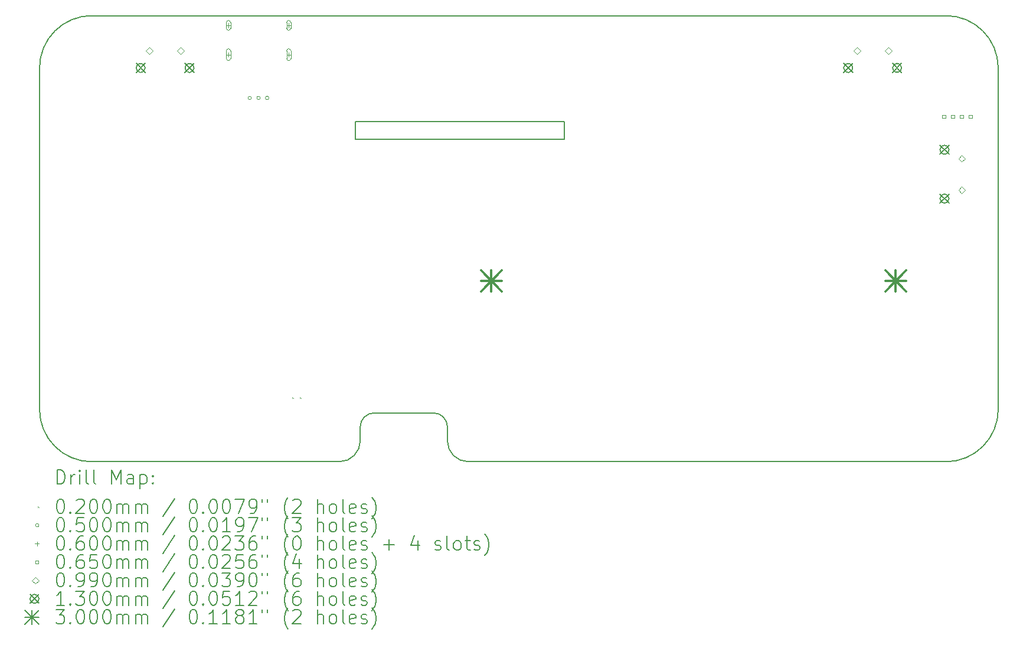
<source format=gbr>
%TF.GenerationSoftware,KiCad,Pcbnew,7.0.9*%
%TF.CreationDate,2024-02-19T16:20:53+08:00*%
%TF.ProjectId,Teeny_girl,5465656e-795f-4676-9972-6c2e6b696361,rev?*%
%TF.SameCoordinates,Original*%
%TF.FileFunction,Drillmap*%
%TF.FilePolarity,Positive*%
%FSLAX45Y45*%
G04 Gerber Fmt 4.5, Leading zero omitted, Abs format (unit mm)*
G04 Created by KiCad (PCBNEW 7.0.9) date 2024-02-19 16:20:53*
%MOMM*%
%LPD*%
G01*
G04 APERTURE LIST*
%ADD10C,0.150000*%
%ADD11C,0.200000*%
%ADD12C,0.100000*%
%ADD13C,0.130000*%
%ADD14C,0.300000*%
G04 APERTURE END LIST*
D10*
X11654500Y-10364190D02*
X11704500Y-10364190D01*
X11704500Y-10364190D02*
G75*
G03*
X12004500Y-10064190I0J300000D01*
G01*
X13254500Y-9864190D02*
G75*
G03*
X13054500Y-9664190I-200000J0D01*
G01*
X7404500Y-4714190D02*
X7404500Y-9614190D01*
X21154500Y-4714190D02*
G75*
G03*
X20404500Y-3964190I-750000J0D01*
G01*
X12004500Y-10064190D02*
X12004500Y-9864190D01*
X8154500Y-3964190D02*
X20404500Y-3964190D01*
X13254500Y-9864190D02*
X13254500Y-10064190D01*
X12204500Y-9664190D02*
X13054500Y-9664190D01*
X8154500Y-3964190D02*
G75*
G03*
X7404500Y-4714190I0J-750000D01*
G01*
X13254500Y-10064190D02*
G75*
G03*
X13554500Y-10364190I300000J0D01*
G01*
X20404500Y-10364190D02*
X13654500Y-10364190D01*
X8154500Y-10364190D02*
X11654500Y-10364190D01*
X12204500Y-9664190D02*
G75*
G03*
X12004500Y-9864190I0J-200000D01*
G01*
X21154500Y-4714190D02*
X21154500Y-9614190D01*
X13654500Y-10364190D02*
X13554500Y-10364190D01*
X7404500Y-9614190D02*
G75*
G03*
X8154500Y-10364190I750000J0D01*
G01*
X20404500Y-10364190D02*
G75*
G03*
X21154500Y-9614190I0J750000D01*
G01*
X14934500Y-5734190D02*
X11934500Y-5734190D01*
X11934500Y-5484190D01*
X14934500Y-5484190D01*
X14934500Y-5734190D01*
D11*
D12*
X11029500Y-9436690D02*
X11049500Y-9456690D01*
X11049500Y-9436690D02*
X11029500Y-9456690D01*
X11139500Y-9436690D02*
X11159500Y-9456690D01*
X11159500Y-9436690D02*
X11139500Y-9456690D01*
X10444500Y-5144190D02*
G75*
G03*
X10444500Y-5144190I-25000J0D01*
G01*
X10569500Y-5144190D02*
G75*
G03*
X10569500Y-5144190I-25000J0D01*
G01*
X10694500Y-5144190D02*
G75*
G03*
X10694500Y-5144190I-25000J0D01*
G01*
X10114500Y-4073690D02*
X10114500Y-4133690D01*
X10084500Y-4103690D02*
X10144500Y-4103690D01*
X10084500Y-4063690D02*
X10084500Y-4143690D01*
X10084500Y-4143690D02*
G75*
G03*
X10144500Y-4143690I30000J0D01*
G01*
X10144500Y-4143690D02*
X10144500Y-4063690D01*
X10144500Y-4063690D02*
G75*
G03*
X10084500Y-4063690I-30000J0D01*
G01*
X10114500Y-4493690D02*
X10114500Y-4553690D01*
X10084500Y-4523690D02*
X10144500Y-4523690D01*
X10084500Y-4468690D02*
X10084500Y-4578690D01*
X10084500Y-4578690D02*
G75*
G03*
X10144500Y-4578690I30000J0D01*
G01*
X10144500Y-4578690D02*
X10144500Y-4468690D01*
X10144500Y-4468690D02*
G75*
G03*
X10084500Y-4468690I-30000J0D01*
G01*
X10978500Y-4073690D02*
X10978500Y-4133690D01*
X10948500Y-4103690D02*
X11008500Y-4103690D01*
X10948500Y-4063690D02*
X10948500Y-4143690D01*
X10948500Y-4143690D02*
G75*
G03*
X11008500Y-4143690I30000J0D01*
G01*
X11008500Y-4143690D02*
X11008500Y-4063690D01*
X11008500Y-4063690D02*
G75*
G03*
X10948500Y-4063690I-30000J0D01*
G01*
X10978500Y-4493690D02*
X10978500Y-4553690D01*
X10948500Y-4523690D02*
X11008500Y-4523690D01*
X10948500Y-4468690D02*
X10948500Y-4578690D01*
X10948500Y-4578690D02*
G75*
G03*
X11008500Y-4578690I30000J0D01*
G01*
X11008500Y-4578690D02*
X11008500Y-4468690D01*
X11008500Y-4468690D02*
G75*
G03*
X10948500Y-4468690I-30000J0D01*
G01*
X20400481Y-5437171D02*
X20400481Y-5391209D01*
X20354519Y-5391209D01*
X20354519Y-5437171D01*
X20400481Y-5437171D01*
X20527481Y-5437171D02*
X20527481Y-5391209D01*
X20481519Y-5391209D01*
X20481519Y-5437171D01*
X20527481Y-5437171D01*
X20654481Y-5437171D02*
X20654481Y-5391209D01*
X20608519Y-5391209D01*
X20608519Y-5437171D01*
X20654481Y-5437171D01*
X20781481Y-5437171D02*
X20781481Y-5391209D01*
X20735519Y-5391209D01*
X20735519Y-5437171D01*
X20781481Y-5437171D01*
X8980500Y-4514690D02*
X9030000Y-4465190D01*
X8980500Y-4415690D01*
X8931000Y-4465190D01*
X8980500Y-4514690D01*
X9430500Y-4514690D02*
X9480000Y-4465190D01*
X9430500Y-4415690D01*
X9381000Y-4465190D01*
X9430500Y-4514690D01*
X19129500Y-4514690D02*
X19179000Y-4465190D01*
X19129500Y-4415690D01*
X19080000Y-4465190D01*
X19129500Y-4514690D01*
X19579500Y-4514690D02*
X19629000Y-4465190D01*
X19579500Y-4415690D01*
X19530000Y-4465190D01*
X19579500Y-4514690D01*
X20633250Y-6063690D02*
X20682750Y-6014190D01*
X20633250Y-5964690D01*
X20583750Y-6014190D01*
X20633250Y-6063690D01*
X20633250Y-6513690D02*
X20682750Y-6464190D01*
X20633250Y-6414690D01*
X20583750Y-6464190D01*
X20633250Y-6513690D01*
D13*
X8789500Y-4649190D02*
X8919500Y-4779190D01*
X8919500Y-4649190D02*
X8789500Y-4779190D01*
X8919500Y-4714190D02*
G75*
G03*
X8919500Y-4714190I-65000J0D01*
G01*
X9490500Y-4649190D02*
X9620500Y-4779190D01*
X9620500Y-4649190D02*
X9490500Y-4779190D01*
X9620500Y-4714190D02*
G75*
G03*
X9620500Y-4714190I-65000J0D01*
G01*
X18938500Y-4649190D02*
X19068500Y-4779190D01*
X19068500Y-4649190D02*
X18938500Y-4779190D01*
X19068500Y-4714190D02*
G75*
G03*
X19068500Y-4714190I-65000J0D01*
G01*
X19639500Y-4649190D02*
X19769500Y-4779190D01*
X19769500Y-4649190D02*
X19639500Y-4779190D01*
X19769500Y-4714190D02*
G75*
G03*
X19769500Y-4714190I-65000J0D01*
G01*
X20319250Y-5823190D02*
X20449250Y-5953190D01*
X20449250Y-5823190D02*
X20319250Y-5953190D01*
X20449250Y-5888190D02*
G75*
G03*
X20449250Y-5888190I-65000J0D01*
G01*
X20319250Y-6524190D02*
X20449250Y-6654190D01*
X20449250Y-6524190D02*
X20319250Y-6654190D01*
X20449250Y-6589190D02*
G75*
G03*
X20449250Y-6589190I-65000J0D01*
G01*
D14*
X13735500Y-7621690D02*
X14035500Y-7921690D01*
X14035500Y-7621690D02*
X13735500Y-7921690D01*
X13885500Y-7621690D02*
X13885500Y-7921690D01*
X13735500Y-7771690D02*
X14035500Y-7771690D01*
X19535500Y-7621690D02*
X19835500Y-7921690D01*
X19835500Y-7621690D02*
X19535500Y-7921690D01*
X19685500Y-7621690D02*
X19685500Y-7921690D01*
X19535500Y-7771690D02*
X19835500Y-7771690D01*
D11*
X7657777Y-10683174D02*
X7657777Y-10483174D01*
X7657777Y-10483174D02*
X7705396Y-10483174D01*
X7705396Y-10483174D02*
X7733967Y-10492698D01*
X7733967Y-10492698D02*
X7753015Y-10511745D01*
X7753015Y-10511745D02*
X7762539Y-10530793D01*
X7762539Y-10530793D02*
X7772062Y-10568888D01*
X7772062Y-10568888D02*
X7772062Y-10597460D01*
X7772062Y-10597460D02*
X7762539Y-10635555D01*
X7762539Y-10635555D02*
X7753015Y-10654602D01*
X7753015Y-10654602D02*
X7733967Y-10673650D01*
X7733967Y-10673650D02*
X7705396Y-10683174D01*
X7705396Y-10683174D02*
X7657777Y-10683174D01*
X7857777Y-10683174D02*
X7857777Y-10549840D01*
X7857777Y-10587936D02*
X7867301Y-10568888D01*
X7867301Y-10568888D02*
X7876824Y-10559364D01*
X7876824Y-10559364D02*
X7895872Y-10549840D01*
X7895872Y-10549840D02*
X7914920Y-10549840D01*
X7981586Y-10683174D02*
X7981586Y-10549840D01*
X7981586Y-10483174D02*
X7972062Y-10492698D01*
X7972062Y-10492698D02*
X7981586Y-10502221D01*
X7981586Y-10502221D02*
X7991110Y-10492698D01*
X7991110Y-10492698D02*
X7981586Y-10483174D01*
X7981586Y-10483174D02*
X7981586Y-10502221D01*
X8105396Y-10683174D02*
X8086348Y-10673650D01*
X8086348Y-10673650D02*
X8076824Y-10654602D01*
X8076824Y-10654602D02*
X8076824Y-10483174D01*
X8210158Y-10683174D02*
X8191110Y-10673650D01*
X8191110Y-10673650D02*
X8181586Y-10654602D01*
X8181586Y-10654602D02*
X8181586Y-10483174D01*
X8438729Y-10683174D02*
X8438729Y-10483174D01*
X8438729Y-10483174D02*
X8505396Y-10626031D01*
X8505396Y-10626031D02*
X8572063Y-10483174D01*
X8572063Y-10483174D02*
X8572063Y-10683174D01*
X8753015Y-10683174D02*
X8753015Y-10578412D01*
X8753015Y-10578412D02*
X8743491Y-10559364D01*
X8743491Y-10559364D02*
X8724444Y-10549840D01*
X8724444Y-10549840D02*
X8686348Y-10549840D01*
X8686348Y-10549840D02*
X8667301Y-10559364D01*
X8753015Y-10673650D02*
X8733967Y-10683174D01*
X8733967Y-10683174D02*
X8686348Y-10683174D01*
X8686348Y-10683174D02*
X8667301Y-10673650D01*
X8667301Y-10673650D02*
X8657777Y-10654602D01*
X8657777Y-10654602D02*
X8657777Y-10635555D01*
X8657777Y-10635555D02*
X8667301Y-10616507D01*
X8667301Y-10616507D02*
X8686348Y-10606983D01*
X8686348Y-10606983D02*
X8733967Y-10606983D01*
X8733967Y-10606983D02*
X8753015Y-10597460D01*
X8848253Y-10549840D02*
X8848253Y-10749840D01*
X8848253Y-10559364D02*
X8867301Y-10549840D01*
X8867301Y-10549840D02*
X8905396Y-10549840D01*
X8905396Y-10549840D02*
X8924444Y-10559364D01*
X8924444Y-10559364D02*
X8933967Y-10568888D01*
X8933967Y-10568888D02*
X8943491Y-10587936D01*
X8943491Y-10587936D02*
X8943491Y-10645079D01*
X8943491Y-10645079D02*
X8933967Y-10664126D01*
X8933967Y-10664126D02*
X8924444Y-10673650D01*
X8924444Y-10673650D02*
X8905396Y-10683174D01*
X8905396Y-10683174D02*
X8867301Y-10683174D01*
X8867301Y-10683174D02*
X8848253Y-10673650D01*
X9029205Y-10664126D02*
X9038729Y-10673650D01*
X9038729Y-10673650D02*
X9029205Y-10683174D01*
X9029205Y-10683174D02*
X9019682Y-10673650D01*
X9019682Y-10673650D02*
X9029205Y-10664126D01*
X9029205Y-10664126D02*
X9029205Y-10683174D01*
X9029205Y-10559364D02*
X9038729Y-10568888D01*
X9038729Y-10568888D02*
X9029205Y-10578412D01*
X9029205Y-10578412D02*
X9019682Y-10568888D01*
X9019682Y-10568888D02*
X9029205Y-10559364D01*
X9029205Y-10559364D02*
X9029205Y-10578412D01*
D12*
X7377000Y-11001690D02*
X7397000Y-11021690D01*
X7397000Y-11001690D02*
X7377000Y-11021690D01*
D11*
X7695872Y-10903174D02*
X7714920Y-10903174D01*
X7714920Y-10903174D02*
X7733967Y-10912698D01*
X7733967Y-10912698D02*
X7743491Y-10922221D01*
X7743491Y-10922221D02*
X7753015Y-10941269D01*
X7753015Y-10941269D02*
X7762539Y-10979364D01*
X7762539Y-10979364D02*
X7762539Y-11026983D01*
X7762539Y-11026983D02*
X7753015Y-11065079D01*
X7753015Y-11065079D02*
X7743491Y-11084126D01*
X7743491Y-11084126D02*
X7733967Y-11093650D01*
X7733967Y-11093650D02*
X7714920Y-11103174D01*
X7714920Y-11103174D02*
X7695872Y-11103174D01*
X7695872Y-11103174D02*
X7676824Y-11093650D01*
X7676824Y-11093650D02*
X7667301Y-11084126D01*
X7667301Y-11084126D02*
X7657777Y-11065079D01*
X7657777Y-11065079D02*
X7648253Y-11026983D01*
X7648253Y-11026983D02*
X7648253Y-10979364D01*
X7648253Y-10979364D02*
X7657777Y-10941269D01*
X7657777Y-10941269D02*
X7667301Y-10922221D01*
X7667301Y-10922221D02*
X7676824Y-10912698D01*
X7676824Y-10912698D02*
X7695872Y-10903174D01*
X7848253Y-11084126D02*
X7857777Y-11093650D01*
X7857777Y-11093650D02*
X7848253Y-11103174D01*
X7848253Y-11103174D02*
X7838729Y-11093650D01*
X7838729Y-11093650D02*
X7848253Y-11084126D01*
X7848253Y-11084126D02*
X7848253Y-11103174D01*
X7933967Y-10922221D02*
X7943491Y-10912698D01*
X7943491Y-10912698D02*
X7962539Y-10903174D01*
X7962539Y-10903174D02*
X8010158Y-10903174D01*
X8010158Y-10903174D02*
X8029205Y-10912698D01*
X8029205Y-10912698D02*
X8038729Y-10922221D01*
X8038729Y-10922221D02*
X8048253Y-10941269D01*
X8048253Y-10941269D02*
X8048253Y-10960317D01*
X8048253Y-10960317D02*
X8038729Y-10988888D01*
X8038729Y-10988888D02*
X7924443Y-11103174D01*
X7924443Y-11103174D02*
X8048253Y-11103174D01*
X8172062Y-10903174D02*
X8191110Y-10903174D01*
X8191110Y-10903174D02*
X8210158Y-10912698D01*
X8210158Y-10912698D02*
X8219682Y-10922221D01*
X8219682Y-10922221D02*
X8229205Y-10941269D01*
X8229205Y-10941269D02*
X8238729Y-10979364D01*
X8238729Y-10979364D02*
X8238729Y-11026983D01*
X8238729Y-11026983D02*
X8229205Y-11065079D01*
X8229205Y-11065079D02*
X8219682Y-11084126D01*
X8219682Y-11084126D02*
X8210158Y-11093650D01*
X8210158Y-11093650D02*
X8191110Y-11103174D01*
X8191110Y-11103174D02*
X8172062Y-11103174D01*
X8172062Y-11103174D02*
X8153015Y-11093650D01*
X8153015Y-11093650D02*
X8143491Y-11084126D01*
X8143491Y-11084126D02*
X8133967Y-11065079D01*
X8133967Y-11065079D02*
X8124443Y-11026983D01*
X8124443Y-11026983D02*
X8124443Y-10979364D01*
X8124443Y-10979364D02*
X8133967Y-10941269D01*
X8133967Y-10941269D02*
X8143491Y-10922221D01*
X8143491Y-10922221D02*
X8153015Y-10912698D01*
X8153015Y-10912698D02*
X8172062Y-10903174D01*
X8362539Y-10903174D02*
X8381586Y-10903174D01*
X8381586Y-10903174D02*
X8400634Y-10912698D01*
X8400634Y-10912698D02*
X8410158Y-10922221D01*
X8410158Y-10922221D02*
X8419682Y-10941269D01*
X8419682Y-10941269D02*
X8429205Y-10979364D01*
X8429205Y-10979364D02*
X8429205Y-11026983D01*
X8429205Y-11026983D02*
X8419682Y-11065079D01*
X8419682Y-11065079D02*
X8410158Y-11084126D01*
X8410158Y-11084126D02*
X8400634Y-11093650D01*
X8400634Y-11093650D02*
X8381586Y-11103174D01*
X8381586Y-11103174D02*
X8362539Y-11103174D01*
X8362539Y-11103174D02*
X8343491Y-11093650D01*
X8343491Y-11093650D02*
X8333967Y-11084126D01*
X8333967Y-11084126D02*
X8324443Y-11065079D01*
X8324443Y-11065079D02*
X8314920Y-11026983D01*
X8314920Y-11026983D02*
X8314920Y-10979364D01*
X8314920Y-10979364D02*
X8324443Y-10941269D01*
X8324443Y-10941269D02*
X8333967Y-10922221D01*
X8333967Y-10922221D02*
X8343491Y-10912698D01*
X8343491Y-10912698D02*
X8362539Y-10903174D01*
X8514920Y-11103174D02*
X8514920Y-10969840D01*
X8514920Y-10988888D02*
X8524444Y-10979364D01*
X8524444Y-10979364D02*
X8543491Y-10969840D01*
X8543491Y-10969840D02*
X8572063Y-10969840D01*
X8572063Y-10969840D02*
X8591110Y-10979364D01*
X8591110Y-10979364D02*
X8600634Y-10998412D01*
X8600634Y-10998412D02*
X8600634Y-11103174D01*
X8600634Y-10998412D02*
X8610158Y-10979364D01*
X8610158Y-10979364D02*
X8629205Y-10969840D01*
X8629205Y-10969840D02*
X8657777Y-10969840D01*
X8657777Y-10969840D02*
X8676825Y-10979364D01*
X8676825Y-10979364D02*
X8686348Y-10998412D01*
X8686348Y-10998412D02*
X8686348Y-11103174D01*
X8781586Y-11103174D02*
X8781586Y-10969840D01*
X8781586Y-10988888D02*
X8791110Y-10979364D01*
X8791110Y-10979364D02*
X8810158Y-10969840D01*
X8810158Y-10969840D02*
X8838729Y-10969840D01*
X8838729Y-10969840D02*
X8857777Y-10979364D01*
X8857777Y-10979364D02*
X8867301Y-10998412D01*
X8867301Y-10998412D02*
X8867301Y-11103174D01*
X8867301Y-10998412D02*
X8876825Y-10979364D01*
X8876825Y-10979364D02*
X8895872Y-10969840D01*
X8895872Y-10969840D02*
X8924444Y-10969840D01*
X8924444Y-10969840D02*
X8943491Y-10979364D01*
X8943491Y-10979364D02*
X8953015Y-10998412D01*
X8953015Y-10998412D02*
X8953015Y-11103174D01*
X9343491Y-10893650D02*
X9172063Y-11150793D01*
X9600634Y-10903174D02*
X9619682Y-10903174D01*
X9619682Y-10903174D02*
X9638729Y-10912698D01*
X9638729Y-10912698D02*
X9648253Y-10922221D01*
X9648253Y-10922221D02*
X9657777Y-10941269D01*
X9657777Y-10941269D02*
X9667301Y-10979364D01*
X9667301Y-10979364D02*
X9667301Y-11026983D01*
X9667301Y-11026983D02*
X9657777Y-11065079D01*
X9657777Y-11065079D02*
X9648253Y-11084126D01*
X9648253Y-11084126D02*
X9638729Y-11093650D01*
X9638729Y-11093650D02*
X9619682Y-11103174D01*
X9619682Y-11103174D02*
X9600634Y-11103174D01*
X9600634Y-11103174D02*
X9581587Y-11093650D01*
X9581587Y-11093650D02*
X9572063Y-11084126D01*
X9572063Y-11084126D02*
X9562539Y-11065079D01*
X9562539Y-11065079D02*
X9553015Y-11026983D01*
X9553015Y-11026983D02*
X9553015Y-10979364D01*
X9553015Y-10979364D02*
X9562539Y-10941269D01*
X9562539Y-10941269D02*
X9572063Y-10922221D01*
X9572063Y-10922221D02*
X9581587Y-10912698D01*
X9581587Y-10912698D02*
X9600634Y-10903174D01*
X9753015Y-11084126D02*
X9762539Y-11093650D01*
X9762539Y-11093650D02*
X9753015Y-11103174D01*
X9753015Y-11103174D02*
X9743491Y-11093650D01*
X9743491Y-11093650D02*
X9753015Y-11084126D01*
X9753015Y-11084126D02*
X9753015Y-11103174D01*
X9886348Y-10903174D02*
X9905396Y-10903174D01*
X9905396Y-10903174D02*
X9924444Y-10912698D01*
X9924444Y-10912698D02*
X9933968Y-10922221D01*
X9933968Y-10922221D02*
X9943491Y-10941269D01*
X9943491Y-10941269D02*
X9953015Y-10979364D01*
X9953015Y-10979364D02*
X9953015Y-11026983D01*
X9953015Y-11026983D02*
X9943491Y-11065079D01*
X9943491Y-11065079D02*
X9933968Y-11084126D01*
X9933968Y-11084126D02*
X9924444Y-11093650D01*
X9924444Y-11093650D02*
X9905396Y-11103174D01*
X9905396Y-11103174D02*
X9886348Y-11103174D01*
X9886348Y-11103174D02*
X9867301Y-11093650D01*
X9867301Y-11093650D02*
X9857777Y-11084126D01*
X9857777Y-11084126D02*
X9848253Y-11065079D01*
X9848253Y-11065079D02*
X9838729Y-11026983D01*
X9838729Y-11026983D02*
X9838729Y-10979364D01*
X9838729Y-10979364D02*
X9848253Y-10941269D01*
X9848253Y-10941269D02*
X9857777Y-10922221D01*
X9857777Y-10922221D02*
X9867301Y-10912698D01*
X9867301Y-10912698D02*
X9886348Y-10903174D01*
X10076825Y-10903174D02*
X10095872Y-10903174D01*
X10095872Y-10903174D02*
X10114920Y-10912698D01*
X10114920Y-10912698D02*
X10124444Y-10922221D01*
X10124444Y-10922221D02*
X10133968Y-10941269D01*
X10133968Y-10941269D02*
X10143491Y-10979364D01*
X10143491Y-10979364D02*
X10143491Y-11026983D01*
X10143491Y-11026983D02*
X10133968Y-11065079D01*
X10133968Y-11065079D02*
X10124444Y-11084126D01*
X10124444Y-11084126D02*
X10114920Y-11093650D01*
X10114920Y-11093650D02*
X10095872Y-11103174D01*
X10095872Y-11103174D02*
X10076825Y-11103174D01*
X10076825Y-11103174D02*
X10057777Y-11093650D01*
X10057777Y-11093650D02*
X10048253Y-11084126D01*
X10048253Y-11084126D02*
X10038729Y-11065079D01*
X10038729Y-11065079D02*
X10029206Y-11026983D01*
X10029206Y-11026983D02*
X10029206Y-10979364D01*
X10029206Y-10979364D02*
X10038729Y-10941269D01*
X10038729Y-10941269D02*
X10048253Y-10922221D01*
X10048253Y-10922221D02*
X10057777Y-10912698D01*
X10057777Y-10912698D02*
X10076825Y-10903174D01*
X10210158Y-10903174D02*
X10343491Y-10903174D01*
X10343491Y-10903174D02*
X10257777Y-11103174D01*
X10429206Y-11103174D02*
X10467301Y-11103174D01*
X10467301Y-11103174D02*
X10486349Y-11093650D01*
X10486349Y-11093650D02*
X10495872Y-11084126D01*
X10495872Y-11084126D02*
X10514920Y-11055555D01*
X10514920Y-11055555D02*
X10524444Y-11017460D01*
X10524444Y-11017460D02*
X10524444Y-10941269D01*
X10524444Y-10941269D02*
X10514920Y-10922221D01*
X10514920Y-10922221D02*
X10505396Y-10912698D01*
X10505396Y-10912698D02*
X10486349Y-10903174D01*
X10486349Y-10903174D02*
X10448253Y-10903174D01*
X10448253Y-10903174D02*
X10429206Y-10912698D01*
X10429206Y-10912698D02*
X10419682Y-10922221D01*
X10419682Y-10922221D02*
X10410158Y-10941269D01*
X10410158Y-10941269D02*
X10410158Y-10988888D01*
X10410158Y-10988888D02*
X10419682Y-11007936D01*
X10419682Y-11007936D02*
X10429206Y-11017460D01*
X10429206Y-11017460D02*
X10448253Y-11026983D01*
X10448253Y-11026983D02*
X10486349Y-11026983D01*
X10486349Y-11026983D02*
X10505396Y-11017460D01*
X10505396Y-11017460D02*
X10514920Y-11007936D01*
X10514920Y-11007936D02*
X10524444Y-10988888D01*
X10600634Y-10903174D02*
X10600634Y-10941269D01*
X10676825Y-10903174D02*
X10676825Y-10941269D01*
X10972063Y-11179364D02*
X10962539Y-11169840D01*
X10962539Y-11169840D02*
X10943491Y-11141269D01*
X10943491Y-11141269D02*
X10933968Y-11122221D01*
X10933968Y-11122221D02*
X10924444Y-11093650D01*
X10924444Y-11093650D02*
X10914920Y-11046031D01*
X10914920Y-11046031D02*
X10914920Y-11007936D01*
X10914920Y-11007936D02*
X10924444Y-10960317D01*
X10924444Y-10960317D02*
X10933968Y-10931745D01*
X10933968Y-10931745D02*
X10943491Y-10912698D01*
X10943491Y-10912698D02*
X10962539Y-10884126D01*
X10962539Y-10884126D02*
X10972063Y-10874602D01*
X11038730Y-10922221D02*
X11048253Y-10912698D01*
X11048253Y-10912698D02*
X11067301Y-10903174D01*
X11067301Y-10903174D02*
X11114920Y-10903174D01*
X11114920Y-10903174D02*
X11133968Y-10912698D01*
X11133968Y-10912698D02*
X11143491Y-10922221D01*
X11143491Y-10922221D02*
X11153015Y-10941269D01*
X11153015Y-10941269D02*
X11153015Y-10960317D01*
X11153015Y-10960317D02*
X11143491Y-10988888D01*
X11143491Y-10988888D02*
X11029206Y-11103174D01*
X11029206Y-11103174D02*
X11153015Y-11103174D01*
X11391110Y-11103174D02*
X11391110Y-10903174D01*
X11476825Y-11103174D02*
X11476825Y-10998412D01*
X11476825Y-10998412D02*
X11467301Y-10979364D01*
X11467301Y-10979364D02*
X11448253Y-10969840D01*
X11448253Y-10969840D02*
X11419682Y-10969840D01*
X11419682Y-10969840D02*
X11400634Y-10979364D01*
X11400634Y-10979364D02*
X11391110Y-10988888D01*
X11600634Y-11103174D02*
X11581587Y-11093650D01*
X11581587Y-11093650D02*
X11572063Y-11084126D01*
X11572063Y-11084126D02*
X11562539Y-11065079D01*
X11562539Y-11065079D02*
X11562539Y-11007936D01*
X11562539Y-11007936D02*
X11572063Y-10988888D01*
X11572063Y-10988888D02*
X11581587Y-10979364D01*
X11581587Y-10979364D02*
X11600634Y-10969840D01*
X11600634Y-10969840D02*
X11629206Y-10969840D01*
X11629206Y-10969840D02*
X11648253Y-10979364D01*
X11648253Y-10979364D02*
X11657777Y-10988888D01*
X11657777Y-10988888D02*
X11667301Y-11007936D01*
X11667301Y-11007936D02*
X11667301Y-11065079D01*
X11667301Y-11065079D02*
X11657777Y-11084126D01*
X11657777Y-11084126D02*
X11648253Y-11093650D01*
X11648253Y-11093650D02*
X11629206Y-11103174D01*
X11629206Y-11103174D02*
X11600634Y-11103174D01*
X11781587Y-11103174D02*
X11762539Y-11093650D01*
X11762539Y-11093650D02*
X11753015Y-11074602D01*
X11753015Y-11074602D02*
X11753015Y-10903174D01*
X11933968Y-11093650D02*
X11914920Y-11103174D01*
X11914920Y-11103174D02*
X11876825Y-11103174D01*
X11876825Y-11103174D02*
X11857777Y-11093650D01*
X11857777Y-11093650D02*
X11848253Y-11074602D01*
X11848253Y-11074602D02*
X11848253Y-10998412D01*
X11848253Y-10998412D02*
X11857777Y-10979364D01*
X11857777Y-10979364D02*
X11876825Y-10969840D01*
X11876825Y-10969840D02*
X11914920Y-10969840D01*
X11914920Y-10969840D02*
X11933968Y-10979364D01*
X11933968Y-10979364D02*
X11943491Y-10998412D01*
X11943491Y-10998412D02*
X11943491Y-11017460D01*
X11943491Y-11017460D02*
X11848253Y-11036507D01*
X12019682Y-11093650D02*
X12038730Y-11103174D01*
X12038730Y-11103174D02*
X12076825Y-11103174D01*
X12076825Y-11103174D02*
X12095872Y-11093650D01*
X12095872Y-11093650D02*
X12105396Y-11074602D01*
X12105396Y-11074602D02*
X12105396Y-11065079D01*
X12105396Y-11065079D02*
X12095872Y-11046031D01*
X12095872Y-11046031D02*
X12076825Y-11036507D01*
X12076825Y-11036507D02*
X12048253Y-11036507D01*
X12048253Y-11036507D02*
X12029206Y-11026983D01*
X12029206Y-11026983D02*
X12019682Y-11007936D01*
X12019682Y-11007936D02*
X12019682Y-10998412D01*
X12019682Y-10998412D02*
X12029206Y-10979364D01*
X12029206Y-10979364D02*
X12048253Y-10969840D01*
X12048253Y-10969840D02*
X12076825Y-10969840D01*
X12076825Y-10969840D02*
X12095872Y-10979364D01*
X12172063Y-11179364D02*
X12181587Y-11169840D01*
X12181587Y-11169840D02*
X12200634Y-11141269D01*
X12200634Y-11141269D02*
X12210158Y-11122221D01*
X12210158Y-11122221D02*
X12219682Y-11093650D01*
X12219682Y-11093650D02*
X12229206Y-11046031D01*
X12229206Y-11046031D02*
X12229206Y-11007936D01*
X12229206Y-11007936D02*
X12219682Y-10960317D01*
X12219682Y-10960317D02*
X12210158Y-10931745D01*
X12210158Y-10931745D02*
X12200634Y-10912698D01*
X12200634Y-10912698D02*
X12181587Y-10884126D01*
X12181587Y-10884126D02*
X12172063Y-10874602D01*
D12*
X7397000Y-11275690D02*
G75*
G03*
X7397000Y-11275690I-25000J0D01*
G01*
D11*
X7695872Y-11167174D02*
X7714920Y-11167174D01*
X7714920Y-11167174D02*
X7733967Y-11176698D01*
X7733967Y-11176698D02*
X7743491Y-11186221D01*
X7743491Y-11186221D02*
X7753015Y-11205269D01*
X7753015Y-11205269D02*
X7762539Y-11243364D01*
X7762539Y-11243364D02*
X7762539Y-11290983D01*
X7762539Y-11290983D02*
X7753015Y-11329078D01*
X7753015Y-11329078D02*
X7743491Y-11348126D01*
X7743491Y-11348126D02*
X7733967Y-11357650D01*
X7733967Y-11357650D02*
X7714920Y-11367174D01*
X7714920Y-11367174D02*
X7695872Y-11367174D01*
X7695872Y-11367174D02*
X7676824Y-11357650D01*
X7676824Y-11357650D02*
X7667301Y-11348126D01*
X7667301Y-11348126D02*
X7657777Y-11329078D01*
X7657777Y-11329078D02*
X7648253Y-11290983D01*
X7648253Y-11290983D02*
X7648253Y-11243364D01*
X7648253Y-11243364D02*
X7657777Y-11205269D01*
X7657777Y-11205269D02*
X7667301Y-11186221D01*
X7667301Y-11186221D02*
X7676824Y-11176698D01*
X7676824Y-11176698D02*
X7695872Y-11167174D01*
X7848253Y-11348126D02*
X7857777Y-11357650D01*
X7857777Y-11357650D02*
X7848253Y-11367174D01*
X7848253Y-11367174D02*
X7838729Y-11357650D01*
X7838729Y-11357650D02*
X7848253Y-11348126D01*
X7848253Y-11348126D02*
X7848253Y-11367174D01*
X8038729Y-11167174D02*
X7943491Y-11167174D01*
X7943491Y-11167174D02*
X7933967Y-11262412D01*
X7933967Y-11262412D02*
X7943491Y-11252888D01*
X7943491Y-11252888D02*
X7962539Y-11243364D01*
X7962539Y-11243364D02*
X8010158Y-11243364D01*
X8010158Y-11243364D02*
X8029205Y-11252888D01*
X8029205Y-11252888D02*
X8038729Y-11262412D01*
X8038729Y-11262412D02*
X8048253Y-11281459D01*
X8048253Y-11281459D02*
X8048253Y-11329078D01*
X8048253Y-11329078D02*
X8038729Y-11348126D01*
X8038729Y-11348126D02*
X8029205Y-11357650D01*
X8029205Y-11357650D02*
X8010158Y-11367174D01*
X8010158Y-11367174D02*
X7962539Y-11367174D01*
X7962539Y-11367174D02*
X7943491Y-11357650D01*
X7943491Y-11357650D02*
X7933967Y-11348126D01*
X8172062Y-11167174D02*
X8191110Y-11167174D01*
X8191110Y-11167174D02*
X8210158Y-11176698D01*
X8210158Y-11176698D02*
X8219682Y-11186221D01*
X8219682Y-11186221D02*
X8229205Y-11205269D01*
X8229205Y-11205269D02*
X8238729Y-11243364D01*
X8238729Y-11243364D02*
X8238729Y-11290983D01*
X8238729Y-11290983D02*
X8229205Y-11329078D01*
X8229205Y-11329078D02*
X8219682Y-11348126D01*
X8219682Y-11348126D02*
X8210158Y-11357650D01*
X8210158Y-11357650D02*
X8191110Y-11367174D01*
X8191110Y-11367174D02*
X8172062Y-11367174D01*
X8172062Y-11367174D02*
X8153015Y-11357650D01*
X8153015Y-11357650D02*
X8143491Y-11348126D01*
X8143491Y-11348126D02*
X8133967Y-11329078D01*
X8133967Y-11329078D02*
X8124443Y-11290983D01*
X8124443Y-11290983D02*
X8124443Y-11243364D01*
X8124443Y-11243364D02*
X8133967Y-11205269D01*
X8133967Y-11205269D02*
X8143491Y-11186221D01*
X8143491Y-11186221D02*
X8153015Y-11176698D01*
X8153015Y-11176698D02*
X8172062Y-11167174D01*
X8362539Y-11167174D02*
X8381586Y-11167174D01*
X8381586Y-11167174D02*
X8400634Y-11176698D01*
X8400634Y-11176698D02*
X8410158Y-11186221D01*
X8410158Y-11186221D02*
X8419682Y-11205269D01*
X8419682Y-11205269D02*
X8429205Y-11243364D01*
X8429205Y-11243364D02*
X8429205Y-11290983D01*
X8429205Y-11290983D02*
X8419682Y-11329078D01*
X8419682Y-11329078D02*
X8410158Y-11348126D01*
X8410158Y-11348126D02*
X8400634Y-11357650D01*
X8400634Y-11357650D02*
X8381586Y-11367174D01*
X8381586Y-11367174D02*
X8362539Y-11367174D01*
X8362539Y-11367174D02*
X8343491Y-11357650D01*
X8343491Y-11357650D02*
X8333967Y-11348126D01*
X8333967Y-11348126D02*
X8324443Y-11329078D01*
X8324443Y-11329078D02*
X8314920Y-11290983D01*
X8314920Y-11290983D02*
X8314920Y-11243364D01*
X8314920Y-11243364D02*
X8324443Y-11205269D01*
X8324443Y-11205269D02*
X8333967Y-11186221D01*
X8333967Y-11186221D02*
X8343491Y-11176698D01*
X8343491Y-11176698D02*
X8362539Y-11167174D01*
X8514920Y-11367174D02*
X8514920Y-11233840D01*
X8514920Y-11252888D02*
X8524444Y-11243364D01*
X8524444Y-11243364D02*
X8543491Y-11233840D01*
X8543491Y-11233840D02*
X8572063Y-11233840D01*
X8572063Y-11233840D02*
X8591110Y-11243364D01*
X8591110Y-11243364D02*
X8600634Y-11262412D01*
X8600634Y-11262412D02*
X8600634Y-11367174D01*
X8600634Y-11262412D02*
X8610158Y-11243364D01*
X8610158Y-11243364D02*
X8629205Y-11233840D01*
X8629205Y-11233840D02*
X8657777Y-11233840D01*
X8657777Y-11233840D02*
X8676825Y-11243364D01*
X8676825Y-11243364D02*
X8686348Y-11262412D01*
X8686348Y-11262412D02*
X8686348Y-11367174D01*
X8781586Y-11367174D02*
X8781586Y-11233840D01*
X8781586Y-11252888D02*
X8791110Y-11243364D01*
X8791110Y-11243364D02*
X8810158Y-11233840D01*
X8810158Y-11233840D02*
X8838729Y-11233840D01*
X8838729Y-11233840D02*
X8857777Y-11243364D01*
X8857777Y-11243364D02*
X8867301Y-11262412D01*
X8867301Y-11262412D02*
X8867301Y-11367174D01*
X8867301Y-11262412D02*
X8876825Y-11243364D01*
X8876825Y-11243364D02*
X8895872Y-11233840D01*
X8895872Y-11233840D02*
X8924444Y-11233840D01*
X8924444Y-11233840D02*
X8943491Y-11243364D01*
X8943491Y-11243364D02*
X8953015Y-11262412D01*
X8953015Y-11262412D02*
X8953015Y-11367174D01*
X9343491Y-11157650D02*
X9172063Y-11414793D01*
X9600634Y-11167174D02*
X9619682Y-11167174D01*
X9619682Y-11167174D02*
X9638729Y-11176698D01*
X9638729Y-11176698D02*
X9648253Y-11186221D01*
X9648253Y-11186221D02*
X9657777Y-11205269D01*
X9657777Y-11205269D02*
X9667301Y-11243364D01*
X9667301Y-11243364D02*
X9667301Y-11290983D01*
X9667301Y-11290983D02*
X9657777Y-11329078D01*
X9657777Y-11329078D02*
X9648253Y-11348126D01*
X9648253Y-11348126D02*
X9638729Y-11357650D01*
X9638729Y-11357650D02*
X9619682Y-11367174D01*
X9619682Y-11367174D02*
X9600634Y-11367174D01*
X9600634Y-11367174D02*
X9581587Y-11357650D01*
X9581587Y-11357650D02*
X9572063Y-11348126D01*
X9572063Y-11348126D02*
X9562539Y-11329078D01*
X9562539Y-11329078D02*
X9553015Y-11290983D01*
X9553015Y-11290983D02*
X9553015Y-11243364D01*
X9553015Y-11243364D02*
X9562539Y-11205269D01*
X9562539Y-11205269D02*
X9572063Y-11186221D01*
X9572063Y-11186221D02*
X9581587Y-11176698D01*
X9581587Y-11176698D02*
X9600634Y-11167174D01*
X9753015Y-11348126D02*
X9762539Y-11357650D01*
X9762539Y-11357650D02*
X9753015Y-11367174D01*
X9753015Y-11367174D02*
X9743491Y-11357650D01*
X9743491Y-11357650D02*
X9753015Y-11348126D01*
X9753015Y-11348126D02*
X9753015Y-11367174D01*
X9886348Y-11167174D02*
X9905396Y-11167174D01*
X9905396Y-11167174D02*
X9924444Y-11176698D01*
X9924444Y-11176698D02*
X9933968Y-11186221D01*
X9933968Y-11186221D02*
X9943491Y-11205269D01*
X9943491Y-11205269D02*
X9953015Y-11243364D01*
X9953015Y-11243364D02*
X9953015Y-11290983D01*
X9953015Y-11290983D02*
X9943491Y-11329078D01*
X9943491Y-11329078D02*
X9933968Y-11348126D01*
X9933968Y-11348126D02*
X9924444Y-11357650D01*
X9924444Y-11357650D02*
X9905396Y-11367174D01*
X9905396Y-11367174D02*
X9886348Y-11367174D01*
X9886348Y-11367174D02*
X9867301Y-11357650D01*
X9867301Y-11357650D02*
X9857777Y-11348126D01*
X9857777Y-11348126D02*
X9848253Y-11329078D01*
X9848253Y-11329078D02*
X9838729Y-11290983D01*
X9838729Y-11290983D02*
X9838729Y-11243364D01*
X9838729Y-11243364D02*
X9848253Y-11205269D01*
X9848253Y-11205269D02*
X9857777Y-11186221D01*
X9857777Y-11186221D02*
X9867301Y-11176698D01*
X9867301Y-11176698D02*
X9886348Y-11167174D01*
X10143491Y-11367174D02*
X10029206Y-11367174D01*
X10086348Y-11367174D02*
X10086348Y-11167174D01*
X10086348Y-11167174D02*
X10067301Y-11195745D01*
X10067301Y-11195745D02*
X10048253Y-11214793D01*
X10048253Y-11214793D02*
X10029206Y-11224317D01*
X10238729Y-11367174D02*
X10276825Y-11367174D01*
X10276825Y-11367174D02*
X10295872Y-11357650D01*
X10295872Y-11357650D02*
X10305396Y-11348126D01*
X10305396Y-11348126D02*
X10324444Y-11319555D01*
X10324444Y-11319555D02*
X10333968Y-11281459D01*
X10333968Y-11281459D02*
X10333968Y-11205269D01*
X10333968Y-11205269D02*
X10324444Y-11186221D01*
X10324444Y-11186221D02*
X10314920Y-11176698D01*
X10314920Y-11176698D02*
X10295872Y-11167174D01*
X10295872Y-11167174D02*
X10257777Y-11167174D01*
X10257777Y-11167174D02*
X10238729Y-11176698D01*
X10238729Y-11176698D02*
X10229206Y-11186221D01*
X10229206Y-11186221D02*
X10219682Y-11205269D01*
X10219682Y-11205269D02*
X10219682Y-11252888D01*
X10219682Y-11252888D02*
X10229206Y-11271936D01*
X10229206Y-11271936D02*
X10238729Y-11281459D01*
X10238729Y-11281459D02*
X10257777Y-11290983D01*
X10257777Y-11290983D02*
X10295872Y-11290983D01*
X10295872Y-11290983D02*
X10314920Y-11281459D01*
X10314920Y-11281459D02*
X10324444Y-11271936D01*
X10324444Y-11271936D02*
X10333968Y-11252888D01*
X10400634Y-11167174D02*
X10533968Y-11167174D01*
X10533968Y-11167174D02*
X10448253Y-11367174D01*
X10600634Y-11167174D02*
X10600634Y-11205269D01*
X10676825Y-11167174D02*
X10676825Y-11205269D01*
X10972063Y-11443364D02*
X10962539Y-11433840D01*
X10962539Y-11433840D02*
X10943491Y-11405269D01*
X10943491Y-11405269D02*
X10933968Y-11386221D01*
X10933968Y-11386221D02*
X10924444Y-11357650D01*
X10924444Y-11357650D02*
X10914920Y-11310031D01*
X10914920Y-11310031D02*
X10914920Y-11271936D01*
X10914920Y-11271936D02*
X10924444Y-11224317D01*
X10924444Y-11224317D02*
X10933968Y-11195745D01*
X10933968Y-11195745D02*
X10943491Y-11176698D01*
X10943491Y-11176698D02*
X10962539Y-11148126D01*
X10962539Y-11148126D02*
X10972063Y-11138602D01*
X11029206Y-11167174D02*
X11153015Y-11167174D01*
X11153015Y-11167174D02*
X11086349Y-11243364D01*
X11086349Y-11243364D02*
X11114920Y-11243364D01*
X11114920Y-11243364D02*
X11133968Y-11252888D01*
X11133968Y-11252888D02*
X11143491Y-11262412D01*
X11143491Y-11262412D02*
X11153015Y-11281459D01*
X11153015Y-11281459D02*
X11153015Y-11329078D01*
X11153015Y-11329078D02*
X11143491Y-11348126D01*
X11143491Y-11348126D02*
X11133968Y-11357650D01*
X11133968Y-11357650D02*
X11114920Y-11367174D01*
X11114920Y-11367174D02*
X11057777Y-11367174D01*
X11057777Y-11367174D02*
X11038730Y-11357650D01*
X11038730Y-11357650D02*
X11029206Y-11348126D01*
X11391110Y-11367174D02*
X11391110Y-11167174D01*
X11476825Y-11367174D02*
X11476825Y-11262412D01*
X11476825Y-11262412D02*
X11467301Y-11243364D01*
X11467301Y-11243364D02*
X11448253Y-11233840D01*
X11448253Y-11233840D02*
X11419682Y-11233840D01*
X11419682Y-11233840D02*
X11400634Y-11243364D01*
X11400634Y-11243364D02*
X11391110Y-11252888D01*
X11600634Y-11367174D02*
X11581587Y-11357650D01*
X11581587Y-11357650D02*
X11572063Y-11348126D01*
X11572063Y-11348126D02*
X11562539Y-11329078D01*
X11562539Y-11329078D02*
X11562539Y-11271936D01*
X11562539Y-11271936D02*
X11572063Y-11252888D01*
X11572063Y-11252888D02*
X11581587Y-11243364D01*
X11581587Y-11243364D02*
X11600634Y-11233840D01*
X11600634Y-11233840D02*
X11629206Y-11233840D01*
X11629206Y-11233840D02*
X11648253Y-11243364D01*
X11648253Y-11243364D02*
X11657777Y-11252888D01*
X11657777Y-11252888D02*
X11667301Y-11271936D01*
X11667301Y-11271936D02*
X11667301Y-11329078D01*
X11667301Y-11329078D02*
X11657777Y-11348126D01*
X11657777Y-11348126D02*
X11648253Y-11357650D01*
X11648253Y-11357650D02*
X11629206Y-11367174D01*
X11629206Y-11367174D02*
X11600634Y-11367174D01*
X11781587Y-11367174D02*
X11762539Y-11357650D01*
X11762539Y-11357650D02*
X11753015Y-11338602D01*
X11753015Y-11338602D02*
X11753015Y-11167174D01*
X11933968Y-11357650D02*
X11914920Y-11367174D01*
X11914920Y-11367174D02*
X11876825Y-11367174D01*
X11876825Y-11367174D02*
X11857777Y-11357650D01*
X11857777Y-11357650D02*
X11848253Y-11338602D01*
X11848253Y-11338602D02*
X11848253Y-11262412D01*
X11848253Y-11262412D02*
X11857777Y-11243364D01*
X11857777Y-11243364D02*
X11876825Y-11233840D01*
X11876825Y-11233840D02*
X11914920Y-11233840D01*
X11914920Y-11233840D02*
X11933968Y-11243364D01*
X11933968Y-11243364D02*
X11943491Y-11262412D01*
X11943491Y-11262412D02*
X11943491Y-11281459D01*
X11943491Y-11281459D02*
X11848253Y-11300507D01*
X12019682Y-11357650D02*
X12038730Y-11367174D01*
X12038730Y-11367174D02*
X12076825Y-11367174D01*
X12076825Y-11367174D02*
X12095872Y-11357650D01*
X12095872Y-11357650D02*
X12105396Y-11338602D01*
X12105396Y-11338602D02*
X12105396Y-11329078D01*
X12105396Y-11329078D02*
X12095872Y-11310031D01*
X12095872Y-11310031D02*
X12076825Y-11300507D01*
X12076825Y-11300507D02*
X12048253Y-11300507D01*
X12048253Y-11300507D02*
X12029206Y-11290983D01*
X12029206Y-11290983D02*
X12019682Y-11271936D01*
X12019682Y-11271936D02*
X12019682Y-11262412D01*
X12019682Y-11262412D02*
X12029206Y-11243364D01*
X12029206Y-11243364D02*
X12048253Y-11233840D01*
X12048253Y-11233840D02*
X12076825Y-11233840D01*
X12076825Y-11233840D02*
X12095872Y-11243364D01*
X12172063Y-11443364D02*
X12181587Y-11433840D01*
X12181587Y-11433840D02*
X12200634Y-11405269D01*
X12200634Y-11405269D02*
X12210158Y-11386221D01*
X12210158Y-11386221D02*
X12219682Y-11357650D01*
X12219682Y-11357650D02*
X12229206Y-11310031D01*
X12229206Y-11310031D02*
X12229206Y-11271936D01*
X12229206Y-11271936D02*
X12219682Y-11224317D01*
X12219682Y-11224317D02*
X12210158Y-11195745D01*
X12210158Y-11195745D02*
X12200634Y-11176698D01*
X12200634Y-11176698D02*
X12181587Y-11148126D01*
X12181587Y-11148126D02*
X12172063Y-11138602D01*
D12*
X7367000Y-11509690D02*
X7367000Y-11569690D01*
X7337000Y-11539690D02*
X7397000Y-11539690D01*
D11*
X7695872Y-11431174D02*
X7714920Y-11431174D01*
X7714920Y-11431174D02*
X7733967Y-11440698D01*
X7733967Y-11440698D02*
X7743491Y-11450221D01*
X7743491Y-11450221D02*
X7753015Y-11469269D01*
X7753015Y-11469269D02*
X7762539Y-11507364D01*
X7762539Y-11507364D02*
X7762539Y-11554983D01*
X7762539Y-11554983D02*
X7753015Y-11593078D01*
X7753015Y-11593078D02*
X7743491Y-11612126D01*
X7743491Y-11612126D02*
X7733967Y-11621650D01*
X7733967Y-11621650D02*
X7714920Y-11631174D01*
X7714920Y-11631174D02*
X7695872Y-11631174D01*
X7695872Y-11631174D02*
X7676824Y-11621650D01*
X7676824Y-11621650D02*
X7667301Y-11612126D01*
X7667301Y-11612126D02*
X7657777Y-11593078D01*
X7657777Y-11593078D02*
X7648253Y-11554983D01*
X7648253Y-11554983D02*
X7648253Y-11507364D01*
X7648253Y-11507364D02*
X7657777Y-11469269D01*
X7657777Y-11469269D02*
X7667301Y-11450221D01*
X7667301Y-11450221D02*
X7676824Y-11440698D01*
X7676824Y-11440698D02*
X7695872Y-11431174D01*
X7848253Y-11612126D02*
X7857777Y-11621650D01*
X7857777Y-11621650D02*
X7848253Y-11631174D01*
X7848253Y-11631174D02*
X7838729Y-11621650D01*
X7838729Y-11621650D02*
X7848253Y-11612126D01*
X7848253Y-11612126D02*
X7848253Y-11631174D01*
X8029205Y-11431174D02*
X7991110Y-11431174D01*
X7991110Y-11431174D02*
X7972062Y-11440698D01*
X7972062Y-11440698D02*
X7962539Y-11450221D01*
X7962539Y-11450221D02*
X7943491Y-11478793D01*
X7943491Y-11478793D02*
X7933967Y-11516888D01*
X7933967Y-11516888D02*
X7933967Y-11593078D01*
X7933967Y-11593078D02*
X7943491Y-11612126D01*
X7943491Y-11612126D02*
X7953015Y-11621650D01*
X7953015Y-11621650D02*
X7972062Y-11631174D01*
X7972062Y-11631174D02*
X8010158Y-11631174D01*
X8010158Y-11631174D02*
X8029205Y-11621650D01*
X8029205Y-11621650D02*
X8038729Y-11612126D01*
X8038729Y-11612126D02*
X8048253Y-11593078D01*
X8048253Y-11593078D02*
X8048253Y-11545459D01*
X8048253Y-11545459D02*
X8038729Y-11526412D01*
X8038729Y-11526412D02*
X8029205Y-11516888D01*
X8029205Y-11516888D02*
X8010158Y-11507364D01*
X8010158Y-11507364D02*
X7972062Y-11507364D01*
X7972062Y-11507364D02*
X7953015Y-11516888D01*
X7953015Y-11516888D02*
X7943491Y-11526412D01*
X7943491Y-11526412D02*
X7933967Y-11545459D01*
X8172062Y-11431174D02*
X8191110Y-11431174D01*
X8191110Y-11431174D02*
X8210158Y-11440698D01*
X8210158Y-11440698D02*
X8219682Y-11450221D01*
X8219682Y-11450221D02*
X8229205Y-11469269D01*
X8229205Y-11469269D02*
X8238729Y-11507364D01*
X8238729Y-11507364D02*
X8238729Y-11554983D01*
X8238729Y-11554983D02*
X8229205Y-11593078D01*
X8229205Y-11593078D02*
X8219682Y-11612126D01*
X8219682Y-11612126D02*
X8210158Y-11621650D01*
X8210158Y-11621650D02*
X8191110Y-11631174D01*
X8191110Y-11631174D02*
X8172062Y-11631174D01*
X8172062Y-11631174D02*
X8153015Y-11621650D01*
X8153015Y-11621650D02*
X8143491Y-11612126D01*
X8143491Y-11612126D02*
X8133967Y-11593078D01*
X8133967Y-11593078D02*
X8124443Y-11554983D01*
X8124443Y-11554983D02*
X8124443Y-11507364D01*
X8124443Y-11507364D02*
X8133967Y-11469269D01*
X8133967Y-11469269D02*
X8143491Y-11450221D01*
X8143491Y-11450221D02*
X8153015Y-11440698D01*
X8153015Y-11440698D02*
X8172062Y-11431174D01*
X8362539Y-11431174D02*
X8381586Y-11431174D01*
X8381586Y-11431174D02*
X8400634Y-11440698D01*
X8400634Y-11440698D02*
X8410158Y-11450221D01*
X8410158Y-11450221D02*
X8419682Y-11469269D01*
X8419682Y-11469269D02*
X8429205Y-11507364D01*
X8429205Y-11507364D02*
X8429205Y-11554983D01*
X8429205Y-11554983D02*
X8419682Y-11593078D01*
X8419682Y-11593078D02*
X8410158Y-11612126D01*
X8410158Y-11612126D02*
X8400634Y-11621650D01*
X8400634Y-11621650D02*
X8381586Y-11631174D01*
X8381586Y-11631174D02*
X8362539Y-11631174D01*
X8362539Y-11631174D02*
X8343491Y-11621650D01*
X8343491Y-11621650D02*
X8333967Y-11612126D01*
X8333967Y-11612126D02*
X8324443Y-11593078D01*
X8324443Y-11593078D02*
X8314920Y-11554983D01*
X8314920Y-11554983D02*
X8314920Y-11507364D01*
X8314920Y-11507364D02*
X8324443Y-11469269D01*
X8324443Y-11469269D02*
X8333967Y-11450221D01*
X8333967Y-11450221D02*
X8343491Y-11440698D01*
X8343491Y-11440698D02*
X8362539Y-11431174D01*
X8514920Y-11631174D02*
X8514920Y-11497840D01*
X8514920Y-11516888D02*
X8524444Y-11507364D01*
X8524444Y-11507364D02*
X8543491Y-11497840D01*
X8543491Y-11497840D02*
X8572063Y-11497840D01*
X8572063Y-11497840D02*
X8591110Y-11507364D01*
X8591110Y-11507364D02*
X8600634Y-11526412D01*
X8600634Y-11526412D02*
X8600634Y-11631174D01*
X8600634Y-11526412D02*
X8610158Y-11507364D01*
X8610158Y-11507364D02*
X8629205Y-11497840D01*
X8629205Y-11497840D02*
X8657777Y-11497840D01*
X8657777Y-11497840D02*
X8676825Y-11507364D01*
X8676825Y-11507364D02*
X8686348Y-11526412D01*
X8686348Y-11526412D02*
X8686348Y-11631174D01*
X8781586Y-11631174D02*
X8781586Y-11497840D01*
X8781586Y-11516888D02*
X8791110Y-11507364D01*
X8791110Y-11507364D02*
X8810158Y-11497840D01*
X8810158Y-11497840D02*
X8838729Y-11497840D01*
X8838729Y-11497840D02*
X8857777Y-11507364D01*
X8857777Y-11507364D02*
X8867301Y-11526412D01*
X8867301Y-11526412D02*
X8867301Y-11631174D01*
X8867301Y-11526412D02*
X8876825Y-11507364D01*
X8876825Y-11507364D02*
X8895872Y-11497840D01*
X8895872Y-11497840D02*
X8924444Y-11497840D01*
X8924444Y-11497840D02*
X8943491Y-11507364D01*
X8943491Y-11507364D02*
X8953015Y-11526412D01*
X8953015Y-11526412D02*
X8953015Y-11631174D01*
X9343491Y-11421650D02*
X9172063Y-11678793D01*
X9600634Y-11431174D02*
X9619682Y-11431174D01*
X9619682Y-11431174D02*
X9638729Y-11440698D01*
X9638729Y-11440698D02*
X9648253Y-11450221D01*
X9648253Y-11450221D02*
X9657777Y-11469269D01*
X9657777Y-11469269D02*
X9667301Y-11507364D01*
X9667301Y-11507364D02*
X9667301Y-11554983D01*
X9667301Y-11554983D02*
X9657777Y-11593078D01*
X9657777Y-11593078D02*
X9648253Y-11612126D01*
X9648253Y-11612126D02*
X9638729Y-11621650D01*
X9638729Y-11621650D02*
X9619682Y-11631174D01*
X9619682Y-11631174D02*
X9600634Y-11631174D01*
X9600634Y-11631174D02*
X9581587Y-11621650D01*
X9581587Y-11621650D02*
X9572063Y-11612126D01*
X9572063Y-11612126D02*
X9562539Y-11593078D01*
X9562539Y-11593078D02*
X9553015Y-11554983D01*
X9553015Y-11554983D02*
X9553015Y-11507364D01*
X9553015Y-11507364D02*
X9562539Y-11469269D01*
X9562539Y-11469269D02*
X9572063Y-11450221D01*
X9572063Y-11450221D02*
X9581587Y-11440698D01*
X9581587Y-11440698D02*
X9600634Y-11431174D01*
X9753015Y-11612126D02*
X9762539Y-11621650D01*
X9762539Y-11621650D02*
X9753015Y-11631174D01*
X9753015Y-11631174D02*
X9743491Y-11621650D01*
X9743491Y-11621650D02*
X9753015Y-11612126D01*
X9753015Y-11612126D02*
X9753015Y-11631174D01*
X9886348Y-11431174D02*
X9905396Y-11431174D01*
X9905396Y-11431174D02*
X9924444Y-11440698D01*
X9924444Y-11440698D02*
X9933968Y-11450221D01*
X9933968Y-11450221D02*
X9943491Y-11469269D01*
X9943491Y-11469269D02*
X9953015Y-11507364D01*
X9953015Y-11507364D02*
X9953015Y-11554983D01*
X9953015Y-11554983D02*
X9943491Y-11593078D01*
X9943491Y-11593078D02*
X9933968Y-11612126D01*
X9933968Y-11612126D02*
X9924444Y-11621650D01*
X9924444Y-11621650D02*
X9905396Y-11631174D01*
X9905396Y-11631174D02*
X9886348Y-11631174D01*
X9886348Y-11631174D02*
X9867301Y-11621650D01*
X9867301Y-11621650D02*
X9857777Y-11612126D01*
X9857777Y-11612126D02*
X9848253Y-11593078D01*
X9848253Y-11593078D02*
X9838729Y-11554983D01*
X9838729Y-11554983D02*
X9838729Y-11507364D01*
X9838729Y-11507364D02*
X9848253Y-11469269D01*
X9848253Y-11469269D02*
X9857777Y-11450221D01*
X9857777Y-11450221D02*
X9867301Y-11440698D01*
X9867301Y-11440698D02*
X9886348Y-11431174D01*
X10029206Y-11450221D02*
X10038729Y-11440698D01*
X10038729Y-11440698D02*
X10057777Y-11431174D01*
X10057777Y-11431174D02*
X10105396Y-11431174D01*
X10105396Y-11431174D02*
X10124444Y-11440698D01*
X10124444Y-11440698D02*
X10133968Y-11450221D01*
X10133968Y-11450221D02*
X10143491Y-11469269D01*
X10143491Y-11469269D02*
X10143491Y-11488317D01*
X10143491Y-11488317D02*
X10133968Y-11516888D01*
X10133968Y-11516888D02*
X10019682Y-11631174D01*
X10019682Y-11631174D02*
X10143491Y-11631174D01*
X10210158Y-11431174D02*
X10333968Y-11431174D01*
X10333968Y-11431174D02*
X10267301Y-11507364D01*
X10267301Y-11507364D02*
X10295872Y-11507364D01*
X10295872Y-11507364D02*
X10314920Y-11516888D01*
X10314920Y-11516888D02*
X10324444Y-11526412D01*
X10324444Y-11526412D02*
X10333968Y-11545459D01*
X10333968Y-11545459D02*
X10333968Y-11593078D01*
X10333968Y-11593078D02*
X10324444Y-11612126D01*
X10324444Y-11612126D02*
X10314920Y-11621650D01*
X10314920Y-11621650D02*
X10295872Y-11631174D01*
X10295872Y-11631174D02*
X10238729Y-11631174D01*
X10238729Y-11631174D02*
X10219682Y-11621650D01*
X10219682Y-11621650D02*
X10210158Y-11612126D01*
X10505396Y-11431174D02*
X10467301Y-11431174D01*
X10467301Y-11431174D02*
X10448253Y-11440698D01*
X10448253Y-11440698D02*
X10438729Y-11450221D01*
X10438729Y-11450221D02*
X10419682Y-11478793D01*
X10419682Y-11478793D02*
X10410158Y-11516888D01*
X10410158Y-11516888D02*
X10410158Y-11593078D01*
X10410158Y-11593078D02*
X10419682Y-11612126D01*
X10419682Y-11612126D02*
X10429206Y-11621650D01*
X10429206Y-11621650D02*
X10448253Y-11631174D01*
X10448253Y-11631174D02*
X10486349Y-11631174D01*
X10486349Y-11631174D02*
X10505396Y-11621650D01*
X10505396Y-11621650D02*
X10514920Y-11612126D01*
X10514920Y-11612126D02*
X10524444Y-11593078D01*
X10524444Y-11593078D02*
X10524444Y-11545459D01*
X10524444Y-11545459D02*
X10514920Y-11526412D01*
X10514920Y-11526412D02*
X10505396Y-11516888D01*
X10505396Y-11516888D02*
X10486349Y-11507364D01*
X10486349Y-11507364D02*
X10448253Y-11507364D01*
X10448253Y-11507364D02*
X10429206Y-11516888D01*
X10429206Y-11516888D02*
X10419682Y-11526412D01*
X10419682Y-11526412D02*
X10410158Y-11545459D01*
X10600634Y-11431174D02*
X10600634Y-11469269D01*
X10676825Y-11431174D02*
X10676825Y-11469269D01*
X10972063Y-11707364D02*
X10962539Y-11697840D01*
X10962539Y-11697840D02*
X10943491Y-11669269D01*
X10943491Y-11669269D02*
X10933968Y-11650221D01*
X10933968Y-11650221D02*
X10924444Y-11621650D01*
X10924444Y-11621650D02*
X10914920Y-11574031D01*
X10914920Y-11574031D02*
X10914920Y-11535936D01*
X10914920Y-11535936D02*
X10924444Y-11488317D01*
X10924444Y-11488317D02*
X10933968Y-11459745D01*
X10933968Y-11459745D02*
X10943491Y-11440698D01*
X10943491Y-11440698D02*
X10962539Y-11412126D01*
X10962539Y-11412126D02*
X10972063Y-11402602D01*
X11086349Y-11431174D02*
X11105396Y-11431174D01*
X11105396Y-11431174D02*
X11124444Y-11440698D01*
X11124444Y-11440698D02*
X11133968Y-11450221D01*
X11133968Y-11450221D02*
X11143491Y-11469269D01*
X11143491Y-11469269D02*
X11153015Y-11507364D01*
X11153015Y-11507364D02*
X11153015Y-11554983D01*
X11153015Y-11554983D02*
X11143491Y-11593078D01*
X11143491Y-11593078D02*
X11133968Y-11612126D01*
X11133968Y-11612126D02*
X11124444Y-11621650D01*
X11124444Y-11621650D02*
X11105396Y-11631174D01*
X11105396Y-11631174D02*
X11086349Y-11631174D01*
X11086349Y-11631174D02*
X11067301Y-11621650D01*
X11067301Y-11621650D02*
X11057777Y-11612126D01*
X11057777Y-11612126D02*
X11048253Y-11593078D01*
X11048253Y-11593078D02*
X11038730Y-11554983D01*
X11038730Y-11554983D02*
X11038730Y-11507364D01*
X11038730Y-11507364D02*
X11048253Y-11469269D01*
X11048253Y-11469269D02*
X11057777Y-11450221D01*
X11057777Y-11450221D02*
X11067301Y-11440698D01*
X11067301Y-11440698D02*
X11086349Y-11431174D01*
X11391110Y-11631174D02*
X11391110Y-11431174D01*
X11476825Y-11631174D02*
X11476825Y-11526412D01*
X11476825Y-11526412D02*
X11467301Y-11507364D01*
X11467301Y-11507364D02*
X11448253Y-11497840D01*
X11448253Y-11497840D02*
X11419682Y-11497840D01*
X11419682Y-11497840D02*
X11400634Y-11507364D01*
X11400634Y-11507364D02*
X11391110Y-11516888D01*
X11600634Y-11631174D02*
X11581587Y-11621650D01*
X11581587Y-11621650D02*
X11572063Y-11612126D01*
X11572063Y-11612126D02*
X11562539Y-11593078D01*
X11562539Y-11593078D02*
X11562539Y-11535936D01*
X11562539Y-11535936D02*
X11572063Y-11516888D01*
X11572063Y-11516888D02*
X11581587Y-11507364D01*
X11581587Y-11507364D02*
X11600634Y-11497840D01*
X11600634Y-11497840D02*
X11629206Y-11497840D01*
X11629206Y-11497840D02*
X11648253Y-11507364D01*
X11648253Y-11507364D02*
X11657777Y-11516888D01*
X11657777Y-11516888D02*
X11667301Y-11535936D01*
X11667301Y-11535936D02*
X11667301Y-11593078D01*
X11667301Y-11593078D02*
X11657777Y-11612126D01*
X11657777Y-11612126D02*
X11648253Y-11621650D01*
X11648253Y-11621650D02*
X11629206Y-11631174D01*
X11629206Y-11631174D02*
X11600634Y-11631174D01*
X11781587Y-11631174D02*
X11762539Y-11621650D01*
X11762539Y-11621650D02*
X11753015Y-11602602D01*
X11753015Y-11602602D02*
X11753015Y-11431174D01*
X11933968Y-11621650D02*
X11914920Y-11631174D01*
X11914920Y-11631174D02*
X11876825Y-11631174D01*
X11876825Y-11631174D02*
X11857777Y-11621650D01*
X11857777Y-11621650D02*
X11848253Y-11602602D01*
X11848253Y-11602602D02*
X11848253Y-11526412D01*
X11848253Y-11526412D02*
X11857777Y-11507364D01*
X11857777Y-11507364D02*
X11876825Y-11497840D01*
X11876825Y-11497840D02*
X11914920Y-11497840D01*
X11914920Y-11497840D02*
X11933968Y-11507364D01*
X11933968Y-11507364D02*
X11943491Y-11526412D01*
X11943491Y-11526412D02*
X11943491Y-11545459D01*
X11943491Y-11545459D02*
X11848253Y-11564507D01*
X12019682Y-11621650D02*
X12038730Y-11631174D01*
X12038730Y-11631174D02*
X12076825Y-11631174D01*
X12076825Y-11631174D02*
X12095872Y-11621650D01*
X12095872Y-11621650D02*
X12105396Y-11602602D01*
X12105396Y-11602602D02*
X12105396Y-11593078D01*
X12105396Y-11593078D02*
X12095872Y-11574031D01*
X12095872Y-11574031D02*
X12076825Y-11564507D01*
X12076825Y-11564507D02*
X12048253Y-11564507D01*
X12048253Y-11564507D02*
X12029206Y-11554983D01*
X12029206Y-11554983D02*
X12019682Y-11535936D01*
X12019682Y-11535936D02*
X12019682Y-11526412D01*
X12019682Y-11526412D02*
X12029206Y-11507364D01*
X12029206Y-11507364D02*
X12048253Y-11497840D01*
X12048253Y-11497840D02*
X12076825Y-11497840D01*
X12076825Y-11497840D02*
X12095872Y-11507364D01*
X12343492Y-11554983D02*
X12495873Y-11554983D01*
X12419682Y-11631174D02*
X12419682Y-11478793D01*
X12829206Y-11497840D02*
X12829206Y-11631174D01*
X12781587Y-11421650D02*
X12733968Y-11564507D01*
X12733968Y-11564507D02*
X12857777Y-11564507D01*
X13076825Y-11621650D02*
X13095873Y-11631174D01*
X13095873Y-11631174D02*
X13133968Y-11631174D01*
X13133968Y-11631174D02*
X13153015Y-11621650D01*
X13153015Y-11621650D02*
X13162539Y-11602602D01*
X13162539Y-11602602D02*
X13162539Y-11593078D01*
X13162539Y-11593078D02*
X13153015Y-11574031D01*
X13153015Y-11574031D02*
X13133968Y-11564507D01*
X13133968Y-11564507D02*
X13105396Y-11564507D01*
X13105396Y-11564507D02*
X13086349Y-11554983D01*
X13086349Y-11554983D02*
X13076825Y-11535936D01*
X13076825Y-11535936D02*
X13076825Y-11526412D01*
X13076825Y-11526412D02*
X13086349Y-11507364D01*
X13086349Y-11507364D02*
X13105396Y-11497840D01*
X13105396Y-11497840D02*
X13133968Y-11497840D01*
X13133968Y-11497840D02*
X13153015Y-11507364D01*
X13276825Y-11631174D02*
X13257777Y-11621650D01*
X13257777Y-11621650D02*
X13248254Y-11602602D01*
X13248254Y-11602602D02*
X13248254Y-11431174D01*
X13381587Y-11631174D02*
X13362539Y-11621650D01*
X13362539Y-11621650D02*
X13353015Y-11612126D01*
X13353015Y-11612126D02*
X13343492Y-11593078D01*
X13343492Y-11593078D02*
X13343492Y-11535936D01*
X13343492Y-11535936D02*
X13353015Y-11516888D01*
X13353015Y-11516888D02*
X13362539Y-11507364D01*
X13362539Y-11507364D02*
X13381587Y-11497840D01*
X13381587Y-11497840D02*
X13410158Y-11497840D01*
X13410158Y-11497840D02*
X13429206Y-11507364D01*
X13429206Y-11507364D02*
X13438730Y-11516888D01*
X13438730Y-11516888D02*
X13448254Y-11535936D01*
X13448254Y-11535936D02*
X13448254Y-11593078D01*
X13448254Y-11593078D02*
X13438730Y-11612126D01*
X13438730Y-11612126D02*
X13429206Y-11621650D01*
X13429206Y-11621650D02*
X13410158Y-11631174D01*
X13410158Y-11631174D02*
X13381587Y-11631174D01*
X13505396Y-11497840D02*
X13581587Y-11497840D01*
X13533968Y-11431174D02*
X13533968Y-11602602D01*
X13533968Y-11602602D02*
X13543492Y-11621650D01*
X13543492Y-11621650D02*
X13562539Y-11631174D01*
X13562539Y-11631174D02*
X13581587Y-11631174D01*
X13638730Y-11621650D02*
X13657777Y-11631174D01*
X13657777Y-11631174D02*
X13695873Y-11631174D01*
X13695873Y-11631174D02*
X13714920Y-11621650D01*
X13714920Y-11621650D02*
X13724444Y-11602602D01*
X13724444Y-11602602D02*
X13724444Y-11593078D01*
X13724444Y-11593078D02*
X13714920Y-11574031D01*
X13714920Y-11574031D02*
X13695873Y-11564507D01*
X13695873Y-11564507D02*
X13667301Y-11564507D01*
X13667301Y-11564507D02*
X13648254Y-11554983D01*
X13648254Y-11554983D02*
X13638730Y-11535936D01*
X13638730Y-11535936D02*
X13638730Y-11526412D01*
X13638730Y-11526412D02*
X13648254Y-11507364D01*
X13648254Y-11507364D02*
X13667301Y-11497840D01*
X13667301Y-11497840D02*
X13695873Y-11497840D01*
X13695873Y-11497840D02*
X13714920Y-11507364D01*
X13791111Y-11707364D02*
X13800635Y-11697840D01*
X13800635Y-11697840D02*
X13819682Y-11669269D01*
X13819682Y-11669269D02*
X13829206Y-11650221D01*
X13829206Y-11650221D02*
X13838730Y-11621650D01*
X13838730Y-11621650D02*
X13848254Y-11574031D01*
X13848254Y-11574031D02*
X13848254Y-11535936D01*
X13848254Y-11535936D02*
X13838730Y-11488317D01*
X13838730Y-11488317D02*
X13829206Y-11459745D01*
X13829206Y-11459745D02*
X13819682Y-11440698D01*
X13819682Y-11440698D02*
X13800635Y-11412126D01*
X13800635Y-11412126D02*
X13791111Y-11402602D01*
D12*
X7387481Y-11826671D02*
X7387481Y-11780709D01*
X7341519Y-11780709D01*
X7341519Y-11826671D01*
X7387481Y-11826671D01*
D11*
X7695872Y-11695174D02*
X7714920Y-11695174D01*
X7714920Y-11695174D02*
X7733967Y-11704698D01*
X7733967Y-11704698D02*
X7743491Y-11714221D01*
X7743491Y-11714221D02*
X7753015Y-11733269D01*
X7753015Y-11733269D02*
X7762539Y-11771364D01*
X7762539Y-11771364D02*
X7762539Y-11818983D01*
X7762539Y-11818983D02*
X7753015Y-11857078D01*
X7753015Y-11857078D02*
X7743491Y-11876126D01*
X7743491Y-11876126D02*
X7733967Y-11885650D01*
X7733967Y-11885650D02*
X7714920Y-11895174D01*
X7714920Y-11895174D02*
X7695872Y-11895174D01*
X7695872Y-11895174D02*
X7676824Y-11885650D01*
X7676824Y-11885650D02*
X7667301Y-11876126D01*
X7667301Y-11876126D02*
X7657777Y-11857078D01*
X7657777Y-11857078D02*
X7648253Y-11818983D01*
X7648253Y-11818983D02*
X7648253Y-11771364D01*
X7648253Y-11771364D02*
X7657777Y-11733269D01*
X7657777Y-11733269D02*
X7667301Y-11714221D01*
X7667301Y-11714221D02*
X7676824Y-11704698D01*
X7676824Y-11704698D02*
X7695872Y-11695174D01*
X7848253Y-11876126D02*
X7857777Y-11885650D01*
X7857777Y-11885650D02*
X7848253Y-11895174D01*
X7848253Y-11895174D02*
X7838729Y-11885650D01*
X7838729Y-11885650D02*
X7848253Y-11876126D01*
X7848253Y-11876126D02*
X7848253Y-11895174D01*
X8029205Y-11695174D02*
X7991110Y-11695174D01*
X7991110Y-11695174D02*
X7972062Y-11704698D01*
X7972062Y-11704698D02*
X7962539Y-11714221D01*
X7962539Y-11714221D02*
X7943491Y-11742793D01*
X7943491Y-11742793D02*
X7933967Y-11780888D01*
X7933967Y-11780888D02*
X7933967Y-11857078D01*
X7933967Y-11857078D02*
X7943491Y-11876126D01*
X7943491Y-11876126D02*
X7953015Y-11885650D01*
X7953015Y-11885650D02*
X7972062Y-11895174D01*
X7972062Y-11895174D02*
X8010158Y-11895174D01*
X8010158Y-11895174D02*
X8029205Y-11885650D01*
X8029205Y-11885650D02*
X8038729Y-11876126D01*
X8038729Y-11876126D02*
X8048253Y-11857078D01*
X8048253Y-11857078D02*
X8048253Y-11809459D01*
X8048253Y-11809459D02*
X8038729Y-11790412D01*
X8038729Y-11790412D02*
X8029205Y-11780888D01*
X8029205Y-11780888D02*
X8010158Y-11771364D01*
X8010158Y-11771364D02*
X7972062Y-11771364D01*
X7972062Y-11771364D02*
X7953015Y-11780888D01*
X7953015Y-11780888D02*
X7943491Y-11790412D01*
X7943491Y-11790412D02*
X7933967Y-11809459D01*
X8229205Y-11695174D02*
X8133967Y-11695174D01*
X8133967Y-11695174D02*
X8124443Y-11790412D01*
X8124443Y-11790412D02*
X8133967Y-11780888D01*
X8133967Y-11780888D02*
X8153015Y-11771364D01*
X8153015Y-11771364D02*
X8200634Y-11771364D01*
X8200634Y-11771364D02*
X8219682Y-11780888D01*
X8219682Y-11780888D02*
X8229205Y-11790412D01*
X8229205Y-11790412D02*
X8238729Y-11809459D01*
X8238729Y-11809459D02*
X8238729Y-11857078D01*
X8238729Y-11857078D02*
X8229205Y-11876126D01*
X8229205Y-11876126D02*
X8219682Y-11885650D01*
X8219682Y-11885650D02*
X8200634Y-11895174D01*
X8200634Y-11895174D02*
X8153015Y-11895174D01*
X8153015Y-11895174D02*
X8133967Y-11885650D01*
X8133967Y-11885650D02*
X8124443Y-11876126D01*
X8362539Y-11695174D02*
X8381586Y-11695174D01*
X8381586Y-11695174D02*
X8400634Y-11704698D01*
X8400634Y-11704698D02*
X8410158Y-11714221D01*
X8410158Y-11714221D02*
X8419682Y-11733269D01*
X8419682Y-11733269D02*
X8429205Y-11771364D01*
X8429205Y-11771364D02*
X8429205Y-11818983D01*
X8429205Y-11818983D02*
X8419682Y-11857078D01*
X8419682Y-11857078D02*
X8410158Y-11876126D01*
X8410158Y-11876126D02*
X8400634Y-11885650D01*
X8400634Y-11885650D02*
X8381586Y-11895174D01*
X8381586Y-11895174D02*
X8362539Y-11895174D01*
X8362539Y-11895174D02*
X8343491Y-11885650D01*
X8343491Y-11885650D02*
X8333967Y-11876126D01*
X8333967Y-11876126D02*
X8324443Y-11857078D01*
X8324443Y-11857078D02*
X8314920Y-11818983D01*
X8314920Y-11818983D02*
X8314920Y-11771364D01*
X8314920Y-11771364D02*
X8324443Y-11733269D01*
X8324443Y-11733269D02*
X8333967Y-11714221D01*
X8333967Y-11714221D02*
X8343491Y-11704698D01*
X8343491Y-11704698D02*
X8362539Y-11695174D01*
X8514920Y-11895174D02*
X8514920Y-11761840D01*
X8514920Y-11780888D02*
X8524444Y-11771364D01*
X8524444Y-11771364D02*
X8543491Y-11761840D01*
X8543491Y-11761840D02*
X8572063Y-11761840D01*
X8572063Y-11761840D02*
X8591110Y-11771364D01*
X8591110Y-11771364D02*
X8600634Y-11790412D01*
X8600634Y-11790412D02*
X8600634Y-11895174D01*
X8600634Y-11790412D02*
X8610158Y-11771364D01*
X8610158Y-11771364D02*
X8629205Y-11761840D01*
X8629205Y-11761840D02*
X8657777Y-11761840D01*
X8657777Y-11761840D02*
X8676825Y-11771364D01*
X8676825Y-11771364D02*
X8686348Y-11790412D01*
X8686348Y-11790412D02*
X8686348Y-11895174D01*
X8781586Y-11895174D02*
X8781586Y-11761840D01*
X8781586Y-11780888D02*
X8791110Y-11771364D01*
X8791110Y-11771364D02*
X8810158Y-11761840D01*
X8810158Y-11761840D02*
X8838729Y-11761840D01*
X8838729Y-11761840D02*
X8857777Y-11771364D01*
X8857777Y-11771364D02*
X8867301Y-11790412D01*
X8867301Y-11790412D02*
X8867301Y-11895174D01*
X8867301Y-11790412D02*
X8876825Y-11771364D01*
X8876825Y-11771364D02*
X8895872Y-11761840D01*
X8895872Y-11761840D02*
X8924444Y-11761840D01*
X8924444Y-11761840D02*
X8943491Y-11771364D01*
X8943491Y-11771364D02*
X8953015Y-11790412D01*
X8953015Y-11790412D02*
X8953015Y-11895174D01*
X9343491Y-11685650D02*
X9172063Y-11942793D01*
X9600634Y-11695174D02*
X9619682Y-11695174D01*
X9619682Y-11695174D02*
X9638729Y-11704698D01*
X9638729Y-11704698D02*
X9648253Y-11714221D01*
X9648253Y-11714221D02*
X9657777Y-11733269D01*
X9657777Y-11733269D02*
X9667301Y-11771364D01*
X9667301Y-11771364D02*
X9667301Y-11818983D01*
X9667301Y-11818983D02*
X9657777Y-11857078D01*
X9657777Y-11857078D02*
X9648253Y-11876126D01*
X9648253Y-11876126D02*
X9638729Y-11885650D01*
X9638729Y-11885650D02*
X9619682Y-11895174D01*
X9619682Y-11895174D02*
X9600634Y-11895174D01*
X9600634Y-11895174D02*
X9581587Y-11885650D01*
X9581587Y-11885650D02*
X9572063Y-11876126D01*
X9572063Y-11876126D02*
X9562539Y-11857078D01*
X9562539Y-11857078D02*
X9553015Y-11818983D01*
X9553015Y-11818983D02*
X9553015Y-11771364D01*
X9553015Y-11771364D02*
X9562539Y-11733269D01*
X9562539Y-11733269D02*
X9572063Y-11714221D01*
X9572063Y-11714221D02*
X9581587Y-11704698D01*
X9581587Y-11704698D02*
X9600634Y-11695174D01*
X9753015Y-11876126D02*
X9762539Y-11885650D01*
X9762539Y-11885650D02*
X9753015Y-11895174D01*
X9753015Y-11895174D02*
X9743491Y-11885650D01*
X9743491Y-11885650D02*
X9753015Y-11876126D01*
X9753015Y-11876126D02*
X9753015Y-11895174D01*
X9886348Y-11695174D02*
X9905396Y-11695174D01*
X9905396Y-11695174D02*
X9924444Y-11704698D01*
X9924444Y-11704698D02*
X9933968Y-11714221D01*
X9933968Y-11714221D02*
X9943491Y-11733269D01*
X9943491Y-11733269D02*
X9953015Y-11771364D01*
X9953015Y-11771364D02*
X9953015Y-11818983D01*
X9953015Y-11818983D02*
X9943491Y-11857078D01*
X9943491Y-11857078D02*
X9933968Y-11876126D01*
X9933968Y-11876126D02*
X9924444Y-11885650D01*
X9924444Y-11885650D02*
X9905396Y-11895174D01*
X9905396Y-11895174D02*
X9886348Y-11895174D01*
X9886348Y-11895174D02*
X9867301Y-11885650D01*
X9867301Y-11885650D02*
X9857777Y-11876126D01*
X9857777Y-11876126D02*
X9848253Y-11857078D01*
X9848253Y-11857078D02*
X9838729Y-11818983D01*
X9838729Y-11818983D02*
X9838729Y-11771364D01*
X9838729Y-11771364D02*
X9848253Y-11733269D01*
X9848253Y-11733269D02*
X9857777Y-11714221D01*
X9857777Y-11714221D02*
X9867301Y-11704698D01*
X9867301Y-11704698D02*
X9886348Y-11695174D01*
X10029206Y-11714221D02*
X10038729Y-11704698D01*
X10038729Y-11704698D02*
X10057777Y-11695174D01*
X10057777Y-11695174D02*
X10105396Y-11695174D01*
X10105396Y-11695174D02*
X10124444Y-11704698D01*
X10124444Y-11704698D02*
X10133968Y-11714221D01*
X10133968Y-11714221D02*
X10143491Y-11733269D01*
X10143491Y-11733269D02*
X10143491Y-11752317D01*
X10143491Y-11752317D02*
X10133968Y-11780888D01*
X10133968Y-11780888D02*
X10019682Y-11895174D01*
X10019682Y-11895174D02*
X10143491Y-11895174D01*
X10324444Y-11695174D02*
X10229206Y-11695174D01*
X10229206Y-11695174D02*
X10219682Y-11790412D01*
X10219682Y-11790412D02*
X10229206Y-11780888D01*
X10229206Y-11780888D02*
X10248253Y-11771364D01*
X10248253Y-11771364D02*
X10295872Y-11771364D01*
X10295872Y-11771364D02*
X10314920Y-11780888D01*
X10314920Y-11780888D02*
X10324444Y-11790412D01*
X10324444Y-11790412D02*
X10333968Y-11809459D01*
X10333968Y-11809459D02*
X10333968Y-11857078D01*
X10333968Y-11857078D02*
X10324444Y-11876126D01*
X10324444Y-11876126D02*
X10314920Y-11885650D01*
X10314920Y-11885650D02*
X10295872Y-11895174D01*
X10295872Y-11895174D02*
X10248253Y-11895174D01*
X10248253Y-11895174D02*
X10229206Y-11885650D01*
X10229206Y-11885650D02*
X10219682Y-11876126D01*
X10505396Y-11695174D02*
X10467301Y-11695174D01*
X10467301Y-11695174D02*
X10448253Y-11704698D01*
X10448253Y-11704698D02*
X10438729Y-11714221D01*
X10438729Y-11714221D02*
X10419682Y-11742793D01*
X10419682Y-11742793D02*
X10410158Y-11780888D01*
X10410158Y-11780888D02*
X10410158Y-11857078D01*
X10410158Y-11857078D02*
X10419682Y-11876126D01*
X10419682Y-11876126D02*
X10429206Y-11885650D01*
X10429206Y-11885650D02*
X10448253Y-11895174D01*
X10448253Y-11895174D02*
X10486349Y-11895174D01*
X10486349Y-11895174D02*
X10505396Y-11885650D01*
X10505396Y-11885650D02*
X10514920Y-11876126D01*
X10514920Y-11876126D02*
X10524444Y-11857078D01*
X10524444Y-11857078D02*
X10524444Y-11809459D01*
X10524444Y-11809459D02*
X10514920Y-11790412D01*
X10514920Y-11790412D02*
X10505396Y-11780888D01*
X10505396Y-11780888D02*
X10486349Y-11771364D01*
X10486349Y-11771364D02*
X10448253Y-11771364D01*
X10448253Y-11771364D02*
X10429206Y-11780888D01*
X10429206Y-11780888D02*
X10419682Y-11790412D01*
X10419682Y-11790412D02*
X10410158Y-11809459D01*
X10600634Y-11695174D02*
X10600634Y-11733269D01*
X10676825Y-11695174D02*
X10676825Y-11733269D01*
X10972063Y-11971364D02*
X10962539Y-11961840D01*
X10962539Y-11961840D02*
X10943491Y-11933269D01*
X10943491Y-11933269D02*
X10933968Y-11914221D01*
X10933968Y-11914221D02*
X10924444Y-11885650D01*
X10924444Y-11885650D02*
X10914920Y-11838031D01*
X10914920Y-11838031D02*
X10914920Y-11799936D01*
X10914920Y-11799936D02*
X10924444Y-11752317D01*
X10924444Y-11752317D02*
X10933968Y-11723745D01*
X10933968Y-11723745D02*
X10943491Y-11704698D01*
X10943491Y-11704698D02*
X10962539Y-11676126D01*
X10962539Y-11676126D02*
X10972063Y-11666602D01*
X11133968Y-11761840D02*
X11133968Y-11895174D01*
X11086349Y-11685650D02*
X11038730Y-11828507D01*
X11038730Y-11828507D02*
X11162539Y-11828507D01*
X11391110Y-11895174D02*
X11391110Y-11695174D01*
X11476825Y-11895174D02*
X11476825Y-11790412D01*
X11476825Y-11790412D02*
X11467301Y-11771364D01*
X11467301Y-11771364D02*
X11448253Y-11761840D01*
X11448253Y-11761840D02*
X11419682Y-11761840D01*
X11419682Y-11761840D02*
X11400634Y-11771364D01*
X11400634Y-11771364D02*
X11391110Y-11780888D01*
X11600634Y-11895174D02*
X11581587Y-11885650D01*
X11581587Y-11885650D02*
X11572063Y-11876126D01*
X11572063Y-11876126D02*
X11562539Y-11857078D01*
X11562539Y-11857078D02*
X11562539Y-11799936D01*
X11562539Y-11799936D02*
X11572063Y-11780888D01*
X11572063Y-11780888D02*
X11581587Y-11771364D01*
X11581587Y-11771364D02*
X11600634Y-11761840D01*
X11600634Y-11761840D02*
X11629206Y-11761840D01*
X11629206Y-11761840D02*
X11648253Y-11771364D01*
X11648253Y-11771364D02*
X11657777Y-11780888D01*
X11657777Y-11780888D02*
X11667301Y-11799936D01*
X11667301Y-11799936D02*
X11667301Y-11857078D01*
X11667301Y-11857078D02*
X11657777Y-11876126D01*
X11657777Y-11876126D02*
X11648253Y-11885650D01*
X11648253Y-11885650D02*
X11629206Y-11895174D01*
X11629206Y-11895174D02*
X11600634Y-11895174D01*
X11781587Y-11895174D02*
X11762539Y-11885650D01*
X11762539Y-11885650D02*
X11753015Y-11866602D01*
X11753015Y-11866602D02*
X11753015Y-11695174D01*
X11933968Y-11885650D02*
X11914920Y-11895174D01*
X11914920Y-11895174D02*
X11876825Y-11895174D01*
X11876825Y-11895174D02*
X11857777Y-11885650D01*
X11857777Y-11885650D02*
X11848253Y-11866602D01*
X11848253Y-11866602D02*
X11848253Y-11790412D01*
X11848253Y-11790412D02*
X11857777Y-11771364D01*
X11857777Y-11771364D02*
X11876825Y-11761840D01*
X11876825Y-11761840D02*
X11914920Y-11761840D01*
X11914920Y-11761840D02*
X11933968Y-11771364D01*
X11933968Y-11771364D02*
X11943491Y-11790412D01*
X11943491Y-11790412D02*
X11943491Y-11809459D01*
X11943491Y-11809459D02*
X11848253Y-11828507D01*
X12019682Y-11885650D02*
X12038730Y-11895174D01*
X12038730Y-11895174D02*
X12076825Y-11895174D01*
X12076825Y-11895174D02*
X12095872Y-11885650D01*
X12095872Y-11885650D02*
X12105396Y-11866602D01*
X12105396Y-11866602D02*
X12105396Y-11857078D01*
X12105396Y-11857078D02*
X12095872Y-11838031D01*
X12095872Y-11838031D02*
X12076825Y-11828507D01*
X12076825Y-11828507D02*
X12048253Y-11828507D01*
X12048253Y-11828507D02*
X12029206Y-11818983D01*
X12029206Y-11818983D02*
X12019682Y-11799936D01*
X12019682Y-11799936D02*
X12019682Y-11790412D01*
X12019682Y-11790412D02*
X12029206Y-11771364D01*
X12029206Y-11771364D02*
X12048253Y-11761840D01*
X12048253Y-11761840D02*
X12076825Y-11761840D01*
X12076825Y-11761840D02*
X12095872Y-11771364D01*
X12172063Y-11971364D02*
X12181587Y-11961840D01*
X12181587Y-11961840D02*
X12200634Y-11933269D01*
X12200634Y-11933269D02*
X12210158Y-11914221D01*
X12210158Y-11914221D02*
X12219682Y-11885650D01*
X12219682Y-11885650D02*
X12229206Y-11838031D01*
X12229206Y-11838031D02*
X12229206Y-11799936D01*
X12229206Y-11799936D02*
X12219682Y-11752317D01*
X12219682Y-11752317D02*
X12210158Y-11723745D01*
X12210158Y-11723745D02*
X12200634Y-11704698D01*
X12200634Y-11704698D02*
X12181587Y-11676126D01*
X12181587Y-11676126D02*
X12172063Y-11666602D01*
D12*
X7347500Y-12117190D02*
X7397000Y-12067690D01*
X7347500Y-12018190D01*
X7298000Y-12067690D01*
X7347500Y-12117190D01*
D11*
X7695872Y-11959174D02*
X7714920Y-11959174D01*
X7714920Y-11959174D02*
X7733967Y-11968698D01*
X7733967Y-11968698D02*
X7743491Y-11978221D01*
X7743491Y-11978221D02*
X7753015Y-11997269D01*
X7753015Y-11997269D02*
X7762539Y-12035364D01*
X7762539Y-12035364D02*
X7762539Y-12082983D01*
X7762539Y-12082983D02*
X7753015Y-12121078D01*
X7753015Y-12121078D02*
X7743491Y-12140126D01*
X7743491Y-12140126D02*
X7733967Y-12149650D01*
X7733967Y-12149650D02*
X7714920Y-12159174D01*
X7714920Y-12159174D02*
X7695872Y-12159174D01*
X7695872Y-12159174D02*
X7676824Y-12149650D01*
X7676824Y-12149650D02*
X7667301Y-12140126D01*
X7667301Y-12140126D02*
X7657777Y-12121078D01*
X7657777Y-12121078D02*
X7648253Y-12082983D01*
X7648253Y-12082983D02*
X7648253Y-12035364D01*
X7648253Y-12035364D02*
X7657777Y-11997269D01*
X7657777Y-11997269D02*
X7667301Y-11978221D01*
X7667301Y-11978221D02*
X7676824Y-11968698D01*
X7676824Y-11968698D02*
X7695872Y-11959174D01*
X7848253Y-12140126D02*
X7857777Y-12149650D01*
X7857777Y-12149650D02*
X7848253Y-12159174D01*
X7848253Y-12159174D02*
X7838729Y-12149650D01*
X7838729Y-12149650D02*
X7848253Y-12140126D01*
X7848253Y-12140126D02*
X7848253Y-12159174D01*
X7953015Y-12159174D02*
X7991110Y-12159174D01*
X7991110Y-12159174D02*
X8010158Y-12149650D01*
X8010158Y-12149650D02*
X8019682Y-12140126D01*
X8019682Y-12140126D02*
X8038729Y-12111555D01*
X8038729Y-12111555D02*
X8048253Y-12073459D01*
X8048253Y-12073459D02*
X8048253Y-11997269D01*
X8048253Y-11997269D02*
X8038729Y-11978221D01*
X8038729Y-11978221D02*
X8029205Y-11968698D01*
X8029205Y-11968698D02*
X8010158Y-11959174D01*
X8010158Y-11959174D02*
X7972062Y-11959174D01*
X7972062Y-11959174D02*
X7953015Y-11968698D01*
X7953015Y-11968698D02*
X7943491Y-11978221D01*
X7943491Y-11978221D02*
X7933967Y-11997269D01*
X7933967Y-11997269D02*
X7933967Y-12044888D01*
X7933967Y-12044888D02*
X7943491Y-12063936D01*
X7943491Y-12063936D02*
X7953015Y-12073459D01*
X7953015Y-12073459D02*
X7972062Y-12082983D01*
X7972062Y-12082983D02*
X8010158Y-12082983D01*
X8010158Y-12082983D02*
X8029205Y-12073459D01*
X8029205Y-12073459D02*
X8038729Y-12063936D01*
X8038729Y-12063936D02*
X8048253Y-12044888D01*
X8143491Y-12159174D02*
X8181586Y-12159174D01*
X8181586Y-12159174D02*
X8200634Y-12149650D01*
X8200634Y-12149650D02*
X8210158Y-12140126D01*
X8210158Y-12140126D02*
X8229205Y-12111555D01*
X8229205Y-12111555D02*
X8238729Y-12073459D01*
X8238729Y-12073459D02*
X8238729Y-11997269D01*
X8238729Y-11997269D02*
X8229205Y-11978221D01*
X8229205Y-11978221D02*
X8219682Y-11968698D01*
X8219682Y-11968698D02*
X8200634Y-11959174D01*
X8200634Y-11959174D02*
X8162539Y-11959174D01*
X8162539Y-11959174D02*
X8143491Y-11968698D01*
X8143491Y-11968698D02*
X8133967Y-11978221D01*
X8133967Y-11978221D02*
X8124443Y-11997269D01*
X8124443Y-11997269D02*
X8124443Y-12044888D01*
X8124443Y-12044888D02*
X8133967Y-12063936D01*
X8133967Y-12063936D02*
X8143491Y-12073459D01*
X8143491Y-12073459D02*
X8162539Y-12082983D01*
X8162539Y-12082983D02*
X8200634Y-12082983D01*
X8200634Y-12082983D02*
X8219682Y-12073459D01*
X8219682Y-12073459D02*
X8229205Y-12063936D01*
X8229205Y-12063936D02*
X8238729Y-12044888D01*
X8362539Y-11959174D02*
X8381586Y-11959174D01*
X8381586Y-11959174D02*
X8400634Y-11968698D01*
X8400634Y-11968698D02*
X8410158Y-11978221D01*
X8410158Y-11978221D02*
X8419682Y-11997269D01*
X8419682Y-11997269D02*
X8429205Y-12035364D01*
X8429205Y-12035364D02*
X8429205Y-12082983D01*
X8429205Y-12082983D02*
X8419682Y-12121078D01*
X8419682Y-12121078D02*
X8410158Y-12140126D01*
X8410158Y-12140126D02*
X8400634Y-12149650D01*
X8400634Y-12149650D02*
X8381586Y-12159174D01*
X8381586Y-12159174D02*
X8362539Y-12159174D01*
X8362539Y-12159174D02*
X8343491Y-12149650D01*
X8343491Y-12149650D02*
X8333967Y-12140126D01*
X8333967Y-12140126D02*
X8324443Y-12121078D01*
X8324443Y-12121078D02*
X8314920Y-12082983D01*
X8314920Y-12082983D02*
X8314920Y-12035364D01*
X8314920Y-12035364D02*
X8324443Y-11997269D01*
X8324443Y-11997269D02*
X8333967Y-11978221D01*
X8333967Y-11978221D02*
X8343491Y-11968698D01*
X8343491Y-11968698D02*
X8362539Y-11959174D01*
X8514920Y-12159174D02*
X8514920Y-12025840D01*
X8514920Y-12044888D02*
X8524444Y-12035364D01*
X8524444Y-12035364D02*
X8543491Y-12025840D01*
X8543491Y-12025840D02*
X8572063Y-12025840D01*
X8572063Y-12025840D02*
X8591110Y-12035364D01*
X8591110Y-12035364D02*
X8600634Y-12054412D01*
X8600634Y-12054412D02*
X8600634Y-12159174D01*
X8600634Y-12054412D02*
X8610158Y-12035364D01*
X8610158Y-12035364D02*
X8629205Y-12025840D01*
X8629205Y-12025840D02*
X8657777Y-12025840D01*
X8657777Y-12025840D02*
X8676825Y-12035364D01*
X8676825Y-12035364D02*
X8686348Y-12054412D01*
X8686348Y-12054412D02*
X8686348Y-12159174D01*
X8781586Y-12159174D02*
X8781586Y-12025840D01*
X8781586Y-12044888D02*
X8791110Y-12035364D01*
X8791110Y-12035364D02*
X8810158Y-12025840D01*
X8810158Y-12025840D02*
X8838729Y-12025840D01*
X8838729Y-12025840D02*
X8857777Y-12035364D01*
X8857777Y-12035364D02*
X8867301Y-12054412D01*
X8867301Y-12054412D02*
X8867301Y-12159174D01*
X8867301Y-12054412D02*
X8876825Y-12035364D01*
X8876825Y-12035364D02*
X8895872Y-12025840D01*
X8895872Y-12025840D02*
X8924444Y-12025840D01*
X8924444Y-12025840D02*
X8943491Y-12035364D01*
X8943491Y-12035364D02*
X8953015Y-12054412D01*
X8953015Y-12054412D02*
X8953015Y-12159174D01*
X9343491Y-11949650D02*
X9172063Y-12206793D01*
X9600634Y-11959174D02*
X9619682Y-11959174D01*
X9619682Y-11959174D02*
X9638729Y-11968698D01*
X9638729Y-11968698D02*
X9648253Y-11978221D01*
X9648253Y-11978221D02*
X9657777Y-11997269D01*
X9657777Y-11997269D02*
X9667301Y-12035364D01*
X9667301Y-12035364D02*
X9667301Y-12082983D01*
X9667301Y-12082983D02*
X9657777Y-12121078D01*
X9657777Y-12121078D02*
X9648253Y-12140126D01*
X9648253Y-12140126D02*
X9638729Y-12149650D01*
X9638729Y-12149650D02*
X9619682Y-12159174D01*
X9619682Y-12159174D02*
X9600634Y-12159174D01*
X9600634Y-12159174D02*
X9581587Y-12149650D01*
X9581587Y-12149650D02*
X9572063Y-12140126D01*
X9572063Y-12140126D02*
X9562539Y-12121078D01*
X9562539Y-12121078D02*
X9553015Y-12082983D01*
X9553015Y-12082983D02*
X9553015Y-12035364D01*
X9553015Y-12035364D02*
X9562539Y-11997269D01*
X9562539Y-11997269D02*
X9572063Y-11978221D01*
X9572063Y-11978221D02*
X9581587Y-11968698D01*
X9581587Y-11968698D02*
X9600634Y-11959174D01*
X9753015Y-12140126D02*
X9762539Y-12149650D01*
X9762539Y-12149650D02*
X9753015Y-12159174D01*
X9753015Y-12159174D02*
X9743491Y-12149650D01*
X9743491Y-12149650D02*
X9753015Y-12140126D01*
X9753015Y-12140126D02*
X9753015Y-12159174D01*
X9886348Y-11959174D02*
X9905396Y-11959174D01*
X9905396Y-11959174D02*
X9924444Y-11968698D01*
X9924444Y-11968698D02*
X9933968Y-11978221D01*
X9933968Y-11978221D02*
X9943491Y-11997269D01*
X9943491Y-11997269D02*
X9953015Y-12035364D01*
X9953015Y-12035364D02*
X9953015Y-12082983D01*
X9953015Y-12082983D02*
X9943491Y-12121078D01*
X9943491Y-12121078D02*
X9933968Y-12140126D01*
X9933968Y-12140126D02*
X9924444Y-12149650D01*
X9924444Y-12149650D02*
X9905396Y-12159174D01*
X9905396Y-12159174D02*
X9886348Y-12159174D01*
X9886348Y-12159174D02*
X9867301Y-12149650D01*
X9867301Y-12149650D02*
X9857777Y-12140126D01*
X9857777Y-12140126D02*
X9848253Y-12121078D01*
X9848253Y-12121078D02*
X9838729Y-12082983D01*
X9838729Y-12082983D02*
X9838729Y-12035364D01*
X9838729Y-12035364D02*
X9848253Y-11997269D01*
X9848253Y-11997269D02*
X9857777Y-11978221D01*
X9857777Y-11978221D02*
X9867301Y-11968698D01*
X9867301Y-11968698D02*
X9886348Y-11959174D01*
X10019682Y-11959174D02*
X10143491Y-11959174D01*
X10143491Y-11959174D02*
X10076825Y-12035364D01*
X10076825Y-12035364D02*
X10105396Y-12035364D01*
X10105396Y-12035364D02*
X10124444Y-12044888D01*
X10124444Y-12044888D02*
X10133968Y-12054412D01*
X10133968Y-12054412D02*
X10143491Y-12073459D01*
X10143491Y-12073459D02*
X10143491Y-12121078D01*
X10143491Y-12121078D02*
X10133968Y-12140126D01*
X10133968Y-12140126D02*
X10124444Y-12149650D01*
X10124444Y-12149650D02*
X10105396Y-12159174D01*
X10105396Y-12159174D02*
X10048253Y-12159174D01*
X10048253Y-12159174D02*
X10029206Y-12149650D01*
X10029206Y-12149650D02*
X10019682Y-12140126D01*
X10238729Y-12159174D02*
X10276825Y-12159174D01*
X10276825Y-12159174D02*
X10295872Y-12149650D01*
X10295872Y-12149650D02*
X10305396Y-12140126D01*
X10305396Y-12140126D02*
X10324444Y-12111555D01*
X10324444Y-12111555D02*
X10333968Y-12073459D01*
X10333968Y-12073459D02*
X10333968Y-11997269D01*
X10333968Y-11997269D02*
X10324444Y-11978221D01*
X10324444Y-11978221D02*
X10314920Y-11968698D01*
X10314920Y-11968698D02*
X10295872Y-11959174D01*
X10295872Y-11959174D02*
X10257777Y-11959174D01*
X10257777Y-11959174D02*
X10238729Y-11968698D01*
X10238729Y-11968698D02*
X10229206Y-11978221D01*
X10229206Y-11978221D02*
X10219682Y-11997269D01*
X10219682Y-11997269D02*
X10219682Y-12044888D01*
X10219682Y-12044888D02*
X10229206Y-12063936D01*
X10229206Y-12063936D02*
X10238729Y-12073459D01*
X10238729Y-12073459D02*
X10257777Y-12082983D01*
X10257777Y-12082983D02*
X10295872Y-12082983D01*
X10295872Y-12082983D02*
X10314920Y-12073459D01*
X10314920Y-12073459D02*
X10324444Y-12063936D01*
X10324444Y-12063936D02*
X10333968Y-12044888D01*
X10457777Y-11959174D02*
X10476825Y-11959174D01*
X10476825Y-11959174D02*
X10495872Y-11968698D01*
X10495872Y-11968698D02*
X10505396Y-11978221D01*
X10505396Y-11978221D02*
X10514920Y-11997269D01*
X10514920Y-11997269D02*
X10524444Y-12035364D01*
X10524444Y-12035364D02*
X10524444Y-12082983D01*
X10524444Y-12082983D02*
X10514920Y-12121078D01*
X10514920Y-12121078D02*
X10505396Y-12140126D01*
X10505396Y-12140126D02*
X10495872Y-12149650D01*
X10495872Y-12149650D02*
X10476825Y-12159174D01*
X10476825Y-12159174D02*
X10457777Y-12159174D01*
X10457777Y-12159174D02*
X10438729Y-12149650D01*
X10438729Y-12149650D02*
X10429206Y-12140126D01*
X10429206Y-12140126D02*
X10419682Y-12121078D01*
X10419682Y-12121078D02*
X10410158Y-12082983D01*
X10410158Y-12082983D02*
X10410158Y-12035364D01*
X10410158Y-12035364D02*
X10419682Y-11997269D01*
X10419682Y-11997269D02*
X10429206Y-11978221D01*
X10429206Y-11978221D02*
X10438729Y-11968698D01*
X10438729Y-11968698D02*
X10457777Y-11959174D01*
X10600634Y-11959174D02*
X10600634Y-11997269D01*
X10676825Y-11959174D02*
X10676825Y-11997269D01*
X10972063Y-12235364D02*
X10962539Y-12225840D01*
X10962539Y-12225840D02*
X10943491Y-12197269D01*
X10943491Y-12197269D02*
X10933968Y-12178221D01*
X10933968Y-12178221D02*
X10924444Y-12149650D01*
X10924444Y-12149650D02*
X10914920Y-12102031D01*
X10914920Y-12102031D02*
X10914920Y-12063936D01*
X10914920Y-12063936D02*
X10924444Y-12016317D01*
X10924444Y-12016317D02*
X10933968Y-11987745D01*
X10933968Y-11987745D02*
X10943491Y-11968698D01*
X10943491Y-11968698D02*
X10962539Y-11940126D01*
X10962539Y-11940126D02*
X10972063Y-11930602D01*
X11133968Y-11959174D02*
X11095872Y-11959174D01*
X11095872Y-11959174D02*
X11076825Y-11968698D01*
X11076825Y-11968698D02*
X11067301Y-11978221D01*
X11067301Y-11978221D02*
X11048253Y-12006793D01*
X11048253Y-12006793D02*
X11038730Y-12044888D01*
X11038730Y-12044888D02*
X11038730Y-12121078D01*
X11038730Y-12121078D02*
X11048253Y-12140126D01*
X11048253Y-12140126D02*
X11057777Y-12149650D01*
X11057777Y-12149650D02*
X11076825Y-12159174D01*
X11076825Y-12159174D02*
X11114920Y-12159174D01*
X11114920Y-12159174D02*
X11133968Y-12149650D01*
X11133968Y-12149650D02*
X11143491Y-12140126D01*
X11143491Y-12140126D02*
X11153015Y-12121078D01*
X11153015Y-12121078D02*
X11153015Y-12073459D01*
X11153015Y-12073459D02*
X11143491Y-12054412D01*
X11143491Y-12054412D02*
X11133968Y-12044888D01*
X11133968Y-12044888D02*
X11114920Y-12035364D01*
X11114920Y-12035364D02*
X11076825Y-12035364D01*
X11076825Y-12035364D02*
X11057777Y-12044888D01*
X11057777Y-12044888D02*
X11048253Y-12054412D01*
X11048253Y-12054412D02*
X11038730Y-12073459D01*
X11391110Y-12159174D02*
X11391110Y-11959174D01*
X11476825Y-12159174D02*
X11476825Y-12054412D01*
X11476825Y-12054412D02*
X11467301Y-12035364D01*
X11467301Y-12035364D02*
X11448253Y-12025840D01*
X11448253Y-12025840D02*
X11419682Y-12025840D01*
X11419682Y-12025840D02*
X11400634Y-12035364D01*
X11400634Y-12035364D02*
X11391110Y-12044888D01*
X11600634Y-12159174D02*
X11581587Y-12149650D01*
X11581587Y-12149650D02*
X11572063Y-12140126D01*
X11572063Y-12140126D02*
X11562539Y-12121078D01*
X11562539Y-12121078D02*
X11562539Y-12063936D01*
X11562539Y-12063936D02*
X11572063Y-12044888D01*
X11572063Y-12044888D02*
X11581587Y-12035364D01*
X11581587Y-12035364D02*
X11600634Y-12025840D01*
X11600634Y-12025840D02*
X11629206Y-12025840D01*
X11629206Y-12025840D02*
X11648253Y-12035364D01*
X11648253Y-12035364D02*
X11657777Y-12044888D01*
X11657777Y-12044888D02*
X11667301Y-12063936D01*
X11667301Y-12063936D02*
X11667301Y-12121078D01*
X11667301Y-12121078D02*
X11657777Y-12140126D01*
X11657777Y-12140126D02*
X11648253Y-12149650D01*
X11648253Y-12149650D02*
X11629206Y-12159174D01*
X11629206Y-12159174D02*
X11600634Y-12159174D01*
X11781587Y-12159174D02*
X11762539Y-12149650D01*
X11762539Y-12149650D02*
X11753015Y-12130602D01*
X11753015Y-12130602D02*
X11753015Y-11959174D01*
X11933968Y-12149650D02*
X11914920Y-12159174D01*
X11914920Y-12159174D02*
X11876825Y-12159174D01*
X11876825Y-12159174D02*
X11857777Y-12149650D01*
X11857777Y-12149650D02*
X11848253Y-12130602D01*
X11848253Y-12130602D02*
X11848253Y-12054412D01*
X11848253Y-12054412D02*
X11857777Y-12035364D01*
X11857777Y-12035364D02*
X11876825Y-12025840D01*
X11876825Y-12025840D02*
X11914920Y-12025840D01*
X11914920Y-12025840D02*
X11933968Y-12035364D01*
X11933968Y-12035364D02*
X11943491Y-12054412D01*
X11943491Y-12054412D02*
X11943491Y-12073459D01*
X11943491Y-12073459D02*
X11848253Y-12092507D01*
X12019682Y-12149650D02*
X12038730Y-12159174D01*
X12038730Y-12159174D02*
X12076825Y-12159174D01*
X12076825Y-12159174D02*
X12095872Y-12149650D01*
X12095872Y-12149650D02*
X12105396Y-12130602D01*
X12105396Y-12130602D02*
X12105396Y-12121078D01*
X12105396Y-12121078D02*
X12095872Y-12102031D01*
X12095872Y-12102031D02*
X12076825Y-12092507D01*
X12076825Y-12092507D02*
X12048253Y-12092507D01*
X12048253Y-12092507D02*
X12029206Y-12082983D01*
X12029206Y-12082983D02*
X12019682Y-12063936D01*
X12019682Y-12063936D02*
X12019682Y-12054412D01*
X12019682Y-12054412D02*
X12029206Y-12035364D01*
X12029206Y-12035364D02*
X12048253Y-12025840D01*
X12048253Y-12025840D02*
X12076825Y-12025840D01*
X12076825Y-12025840D02*
X12095872Y-12035364D01*
X12172063Y-12235364D02*
X12181587Y-12225840D01*
X12181587Y-12225840D02*
X12200634Y-12197269D01*
X12200634Y-12197269D02*
X12210158Y-12178221D01*
X12210158Y-12178221D02*
X12219682Y-12149650D01*
X12219682Y-12149650D02*
X12229206Y-12102031D01*
X12229206Y-12102031D02*
X12229206Y-12063936D01*
X12229206Y-12063936D02*
X12219682Y-12016317D01*
X12219682Y-12016317D02*
X12210158Y-11987745D01*
X12210158Y-11987745D02*
X12200634Y-11968698D01*
X12200634Y-11968698D02*
X12181587Y-11940126D01*
X12181587Y-11940126D02*
X12172063Y-11930602D01*
D13*
X7267000Y-12266690D02*
X7397000Y-12396690D01*
X7397000Y-12266690D02*
X7267000Y-12396690D01*
X7397000Y-12331690D02*
G75*
G03*
X7397000Y-12331690I-65000J0D01*
G01*
D11*
X7762539Y-12423174D02*
X7648253Y-12423174D01*
X7705396Y-12423174D02*
X7705396Y-12223174D01*
X7705396Y-12223174D02*
X7686348Y-12251745D01*
X7686348Y-12251745D02*
X7667301Y-12270793D01*
X7667301Y-12270793D02*
X7648253Y-12280317D01*
X7848253Y-12404126D02*
X7857777Y-12413650D01*
X7857777Y-12413650D02*
X7848253Y-12423174D01*
X7848253Y-12423174D02*
X7838729Y-12413650D01*
X7838729Y-12413650D02*
X7848253Y-12404126D01*
X7848253Y-12404126D02*
X7848253Y-12423174D01*
X7924443Y-12223174D02*
X8048253Y-12223174D01*
X8048253Y-12223174D02*
X7981586Y-12299364D01*
X7981586Y-12299364D02*
X8010158Y-12299364D01*
X8010158Y-12299364D02*
X8029205Y-12308888D01*
X8029205Y-12308888D02*
X8038729Y-12318412D01*
X8038729Y-12318412D02*
X8048253Y-12337459D01*
X8048253Y-12337459D02*
X8048253Y-12385078D01*
X8048253Y-12385078D02*
X8038729Y-12404126D01*
X8038729Y-12404126D02*
X8029205Y-12413650D01*
X8029205Y-12413650D02*
X8010158Y-12423174D01*
X8010158Y-12423174D02*
X7953015Y-12423174D01*
X7953015Y-12423174D02*
X7933967Y-12413650D01*
X7933967Y-12413650D02*
X7924443Y-12404126D01*
X8172062Y-12223174D02*
X8191110Y-12223174D01*
X8191110Y-12223174D02*
X8210158Y-12232698D01*
X8210158Y-12232698D02*
X8219682Y-12242221D01*
X8219682Y-12242221D02*
X8229205Y-12261269D01*
X8229205Y-12261269D02*
X8238729Y-12299364D01*
X8238729Y-12299364D02*
X8238729Y-12346983D01*
X8238729Y-12346983D02*
X8229205Y-12385078D01*
X8229205Y-12385078D02*
X8219682Y-12404126D01*
X8219682Y-12404126D02*
X8210158Y-12413650D01*
X8210158Y-12413650D02*
X8191110Y-12423174D01*
X8191110Y-12423174D02*
X8172062Y-12423174D01*
X8172062Y-12423174D02*
X8153015Y-12413650D01*
X8153015Y-12413650D02*
X8143491Y-12404126D01*
X8143491Y-12404126D02*
X8133967Y-12385078D01*
X8133967Y-12385078D02*
X8124443Y-12346983D01*
X8124443Y-12346983D02*
X8124443Y-12299364D01*
X8124443Y-12299364D02*
X8133967Y-12261269D01*
X8133967Y-12261269D02*
X8143491Y-12242221D01*
X8143491Y-12242221D02*
X8153015Y-12232698D01*
X8153015Y-12232698D02*
X8172062Y-12223174D01*
X8362539Y-12223174D02*
X8381586Y-12223174D01*
X8381586Y-12223174D02*
X8400634Y-12232698D01*
X8400634Y-12232698D02*
X8410158Y-12242221D01*
X8410158Y-12242221D02*
X8419682Y-12261269D01*
X8419682Y-12261269D02*
X8429205Y-12299364D01*
X8429205Y-12299364D02*
X8429205Y-12346983D01*
X8429205Y-12346983D02*
X8419682Y-12385078D01*
X8419682Y-12385078D02*
X8410158Y-12404126D01*
X8410158Y-12404126D02*
X8400634Y-12413650D01*
X8400634Y-12413650D02*
X8381586Y-12423174D01*
X8381586Y-12423174D02*
X8362539Y-12423174D01*
X8362539Y-12423174D02*
X8343491Y-12413650D01*
X8343491Y-12413650D02*
X8333967Y-12404126D01*
X8333967Y-12404126D02*
X8324443Y-12385078D01*
X8324443Y-12385078D02*
X8314920Y-12346983D01*
X8314920Y-12346983D02*
X8314920Y-12299364D01*
X8314920Y-12299364D02*
X8324443Y-12261269D01*
X8324443Y-12261269D02*
X8333967Y-12242221D01*
X8333967Y-12242221D02*
X8343491Y-12232698D01*
X8343491Y-12232698D02*
X8362539Y-12223174D01*
X8514920Y-12423174D02*
X8514920Y-12289840D01*
X8514920Y-12308888D02*
X8524444Y-12299364D01*
X8524444Y-12299364D02*
X8543491Y-12289840D01*
X8543491Y-12289840D02*
X8572063Y-12289840D01*
X8572063Y-12289840D02*
X8591110Y-12299364D01*
X8591110Y-12299364D02*
X8600634Y-12318412D01*
X8600634Y-12318412D02*
X8600634Y-12423174D01*
X8600634Y-12318412D02*
X8610158Y-12299364D01*
X8610158Y-12299364D02*
X8629205Y-12289840D01*
X8629205Y-12289840D02*
X8657777Y-12289840D01*
X8657777Y-12289840D02*
X8676825Y-12299364D01*
X8676825Y-12299364D02*
X8686348Y-12318412D01*
X8686348Y-12318412D02*
X8686348Y-12423174D01*
X8781586Y-12423174D02*
X8781586Y-12289840D01*
X8781586Y-12308888D02*
X8791110Y-12299364D01*
X8791110Y-12299364D02*
X8810158Y-12289840D01*
X8810158Y-12289840D02*
X8838729Y-12289840D01*
X8838729Y-12289840D02*
X8857777Y-12299364D01*
X8857777Y-12299364D02*
X8867301Y-12318412D01*
X8867301Y-12318412D02*
X8867301Y-12423174D01*
X8867301Y-12318412D02*
X8876825Y-12299364D01*
X8876825Y-12299364D02*
X8895872Y-12289840D01*
X8895872Y-12289840D02*
X8924444Y-12289840D01*
X8924444Y-12289840D02*
X8943491Y-12299364D01*
X8943491Y-12299364D02*
X8953015Y-12318412D01*
X8953015Y-12318412D02*
X8953015Y-12423174D01*
X9343491Y-12213650D02*
X9172063Y-12470793D01*
X9600634Y-12223174D02*
X9619682Y-12223174D01*
X9619682Y-12223174D02*
X9638729Y-12232698D01*
X9638729Y-12232698D02*
X9648253Y-12242221D01*
X9648253Y-12242221D02*
X9657777Y-12261269D01*
X9657777Y-12261269D02*
X9667301Y-12299364D01*
X9667301Y-12299364D02*
X9667301Y-12346983D01*
X9667301Y-12346983D02*
X9657777Y-12385078D01*
X9657777Y-12385078D02*
X9648253Y-12404126D01*
X9648253Y-12404126D02*
X9638729Y-12413650D01*
X9638729Y-12413650D02*
X9619682Y-12423174D01*
X9619682Y-12423174D02*
X9600634Y-12423174D01*
X9600634Y-12423174D02*
X9581587Y-12413650D01*
X9581587Y-12413650D02*
X9572063Y-12404126D01*
X9572063Y-12404126D02*
X9562539Y-12385078D01*
X9562539Y-12385078D02*
X9553015Y-12346983D01*
X9553015Y-12346983D02*
X9553015Y-12299364D01*
X9553015Y-12299364D02*
X9562539Y-12261269D01*
X9562539Y-12261269D02*
X9572063Y-12242221D01*
X9572063Y-12242221D02*
X9581587Y-12232698D01*
X9581587Y-12232698D02*
X9600634Y-12223174D01*
X9753015Y-12404126D02*
X9762539Y-12413650D01*
X9762539Y-12413650D02*
X9753015Y-12423174D01*
X9753015Y-12423174D02*
X9743491Y-12413650D01*
X9743491Y-12413650D02*
X9753015Y-12404126D01*
X9753015Y-12404126D02*
X9753015Y-12423174D01*
X9886348Y-12223174D02*
X9905396Y-12223174D01*
X9905396Y-12223174D02*
X9924444Y-12232698D01*
X9924444Y-12232698D02*
X9933968Y-12242221D01*
X9933968Y-12242221D02*
X9943491Y-12261269D01*
X9943491Y-12261269D02*
X9953015Y-12299364D01*
X9953015Y-12299364D02*
X9953015Y-12346983D01*
X9953015Y-12346983D02*
X9943491Y-12385078D01*
X9943491Y-12385078D02*
X9933968Y-12404126D01*
X9933968Y-12404126D02*
X9924444Y-12413650D01*
X9924444Y-12413650D02*
X9905396Y-12423174D01*
X9905396Y-12423174D02*
X9886348Y-12423174D01*
X9886348Y-12423174D02*
X9867301Y-12413650D01*
X9867301Y-12413650D02*
X9857777Y-12404126D01*
X9857777Y-12404126D02*
X9848253Y-12385078D01*
X9848253Y-12385078D02*
X9838729Y-12346983D01*
X9838729Y-12346983D02*
X9838729Y-12299364D01*
X9838729Y-12299364D02*
X9848253Y-12261269D01*
X9848253Y-12261269D02*
X9857777Y-12242221D01*
X9857777Y-12242221D02*
X9867301Y-12232698D01*
X9867301Y-12232698D02*
X9886348Y-12223174D01*
X10133968Y-12223174D02*
X10038729Y-12223174D01*
X10038729Y-12223174D02*
X10029206Y-12318412D01*
X10029206Y-12318412D02*
X10038729Y-12308888D01*
X10038729Y-12308888D02*
X10057777Y-12299364D01*
X10057777Y-12299364D02*
X10105396Y-12299364D01*
X10105396Y-12299364D02*
X10124444Y-12308888D01*
X10124444Y-12308888D02*
X10133968Y-12318412D01*
X10133968Y-12318412D02*
X10143491Y-12337459D01*
X10143491Y-12337459D02*
X10143491Y-12385078D01*
X10143491Y-12385078D02*
X10133968Y-12404126D01*
X10133968Y-12404126D02*
X10124444Y-12413650D01*
X10124444Y-12413650D02*
X10105396Y-12423174D01*
X10105396Y-12423174D02*
X10057777Y-12423174D01*
X10057777Y-12423174D02*
X10038729Y-12413650D01*
X10038729Y-12413650D02*
X10029206Y-12404126D01*
X10333968Y-12423174D02*
X10219682Y-12423174D01*
X10276825Y-12423174D02*
X10276825Y-12223174D01*
X10276825Y-12223174D02*
X10257777Y-12251745D01*
X10257777Y-12251745D02*
X10238729Y-12270793D01*
X10238729Y-12270793D02*
X10219682Y-12280317D01*
X10410158Y-12242221D02*
X10419682Y-12232698D01*
X10419682Y-12232698D02*
X10438729Y-12223174D01*
X10438729Y-12223174D02*
X10486349Y-12223174D01*
X10486349Y-12223174D02*
X10505396Y-12232698D01*
X10505396Y-12232698D02*
X10514920Y-12242221D01*
X10514920Y-12242221D02*
X10524444Y-12261269D01*
X10524444Y-12261269D02*
X10524444Y-12280317D01*
X10524444Y-12280317D02*
X10514920Y-12308888D01*
X10514920Y-12308888D02*
X10400634Y-12423174D01*
X10400634Y-12423174D02*
X10524444Y-12423174D01*
X10600634Y-12223174D02*
X10600634Y-12261269D01*
X10676825Y-12223174D02*
X10676825Y-12261269D01*
X10972063Y-12499364D02*
X10962539Y-12489840D01*
X10962539Y-12489840D02*
X10943491Y-12461269D01*
X10943491Y-12461269D02*
X10933968Y-12442221D01*
X10933968Y-12442221D02*
X10924444Y-12413650D01*
X10924444Y-12413650D02*
X10914920Y-12366031D01*
X10914920Y-12366031D02*
X10914920Y-12327936D01*
X10914920Y-12327936D02*
X10924444Y-12280317D01*
X10924444Y-12280317D02*
X10933968Y-12251745D01*
X10933968Y-12251745D02*
X10943491Y-12232698D01*
X10943491Y-12232698D02*
X10962539Y-12204126D01*
X10962539Y-12204126D02*
X10972063Y-12194602D01*
X11133968Y-12223174D02*
X11095872Y-12223174D01*
X11095872Y-12223174D02*
X11076825Y-12232698D01*
X11076825Y-12232698D02*
X11067301Y-12242221D01*
X11067301Y-12242221D02*
X11048253Y-12270793D01*
X11048253Y-12270793D02*
X11038730Y-12308888D01*
X11038730Y-12308888D02*
X11038730Y-12385078D01*
X11038730Y-12385078D02*
X11048253Y-12404126D01*
X11048253Y-12404126D02*
X11057777Y-12413650D01*
X11057777Y-12413650D02*
X11076825Y-12423174D01*
X11076825Y-12423174D02*
X11114920Y-12423174D01*
X11114920Y-12423174D02*
X11133968Y-12413650D01*
X11133968Y-12413650D02*
X11143491Y-12404126D01*
X11143491Y-12404126D02*
X11153015Y-12385078D01*
X11153015Y-12385078D02*
X11153015Y-12337459D01*
X11153015Y-12337459D02*
X11143491Y-12318412D01*
X11143491Y-12318412D02*
X11133968Y-12308888D01*
X11133968Y-12308888D02*
X11114920Y-12299364D01*
X11114920Y-12299364D02*
X11076825Y-12299364D01*
X11076825Y-12299364D02*
X11057777Y-12308888D01*
X11057777Y-12308888D02*
X11048253Y-12318412D01*
X11048253Y-12318412D02*
X11038730Y-12337459D01*
X11391110Y-12423174D02*
X11391110Y-12223174D01*
X11476825Y-12423174D02*
X11476825Y-12318412D01*
X11476825Y-12318412D02*
X11467301Y-12299364D01*
X11467301Y-12299364D02*
X11448253Y-12289840D01*
X11448253Y-12289840D02*
X11419682Y-12289840D01*
X11419682Y-12289840D02*
X11400634Y-12299364D01*
X11400634Y-12299364D02*
X11391110Y-12308888D01*
X11600634Y-12423174D02*
X11581587Y-12413650D01*
X11581587Y-12413650D02*
X11572063Y-12404126D01*
X11572063Y-12404126D02*
X11562539Y-12385078D01*
X11562539Y-12385078D02*
X11562539Y-12327936D01*
X11562539Y-12327936D02*
X11572063Y-12308888D01*
X11572063Y-12308888D02*
X11581587Y-12299364D01*
X11581587Y-12299364D02*
X11600634Y-12289840D01*
X11600634Y-12289840D02*
X11629206Y-12289840D01*
X11629206Y-12289840D02*
X11648253Y-12299364D01*
X11648253Y-12299364D02*
X11657777Y-12308888D01*
X11657777Y-12308888D02*
X11667301Y-12327936D01*
X11667301Y-12327936D02*
X11667301Y-12385078D01*
X11667301Y-12385078D02*
X11657777Y-12404126D01*
X11657777Y-12404126D02*
X11648253Y-12413650D01*
X11648253Y-12413650D02*
X11629206Y-12423174D01*
X11629206Y-12423174D02*
X11600634Y-12423174D01*
X11781587Y-12423174D02*
X11762539Y-12413650D01*
X11762539Y-12413650D02*
X11753015Y-12394602D01*
X11753015Y-12394602D02*
X11753015Y-12223174D01*
X11933968Y-12413650D02*
X11914920Y-12423174D01*
X11914920Y-12423174D02*
X11876825Y-12423174D01*
X11876825Y-12423174D02*
X11857777Y-12413650D01*
X11857777Y-12413650D02*
X11848253Y-12394602D01*
X11848253Y-12394602D02*
X11848253Y-12318412D01*
X11848253Y-12318412D02*
X11857777Y-12299364D01*
X11857777Y-12299364D02*
X11876825Y-12289840D01*
X11876825Y-12289840D02*
X11914920Y-12289840D01*
X11914920Y-12289840D02*
X11933968Y-12299364D01*
X11933968Y-12299364D02*
X11943491Y-12318412D01*
X11943491Y-12318412D02*
X11943491Y-12337459D01*
X11943491Y-12337459D02*
X11848253Y-12356507D01*
X12019682Y-12413650D02*
X12038730Y-12423174D01*
X12038730Y-12423174D02*
X12076825Y-12423174D01*
X12076825Y-12423174D02*
X12095872Y-12413650D01*
X12095872Y-12413650D02*
X12105396Y-12394602D01*
X12105396Y-12394602D02*
X12105396Y-12385078D01*
X12105396Y-12385078D02*
X12095872Y-12366031D01*
X12095872Y-12366031D02*
X12076825Y-12356507D01*
X12076825Y-12356507D02*
X12048253Y-12356507D01*
X12048253Y-12356507D02*
X12029206Y-12346983D01*
X12029206Y-12346983D02*
X12019682Y-12327936D01*
X12019682Y-12327936D02*
X12019682Y-12318412D01*
X12019682Y-12318412D02*
X12029206Y-12299364D01*
X12029206Y-12299364D02*
X12048253Y-12289840D01*
X12048253Y-12289840D02*
X12076825Y-12289840D01*
X12076825Y-12289840D02*
X12095872Y-12299364D01*
X12172063Y-12499364D02*
X12181587Y-12489840D01*
X12181587Y-12489840D02*
X12200634Y-12461269D01*
X12200634Y-12461269D02*
X12210158Y-12442221D01*
X12210158Y-12442221D02*
X12219682Y-12413650D01*
X12219682Y-12413650D02*
X12229206Y-12366031D01*
X12229206Y-12366031D02*
X12229206Y-12327936D01*
X12229206Y-12327936D02*
X12219682Y-12280317D01*
X12219682Y-12280317D02*
X12210158Y-12251745D01*
X12210158Y-12251745D02*
X12200634Y-12232698D01*
X12200634Y-12232698D02*
X12181587Y-12204126D01*
X12181587Y-12204126D02*
X12172063Y-12194602D01*
X7197000Y-12495690D02*
X7397000Y-12695690D01*
X7397000Y-12495690D02*
X7197000Y-12695690D01*
X7297000Y-12495690D02*
X7297000Y-12695690D01*
X7197000Y-12595690D02*
X7397000Y-12595690D01*
X7638729Y-12487174D02*
X7762539Y-12487174D01*
X7762539Y-12487174D02*
X7695872Y-12563364D01*
X7695872Y-12563364D02*
X7724443Y-12563364D01*
X7724443Y-12563364D02*
X7743491Y-12572888D01*
X7743491Y-12572888D02*
X7753015Y-12582412D01*
X7753015Y-12582412D02*
X7762539Y-12601459D01*
X7762539Y-12601459D02*
X7762539Y-12649078D01*
X7762539Y-12649078D02*
X7753015Y-12668126D01*
X7753015Y-12668126D02*
X7743491Y-12677650D01*
X7743491Y-12677650D02*
X7724443Y-12687174D01*
X7724443Y-12687174D02*
X7667301Y-12687174D01*
X7667301Y-12687174D02*
X7648253Y-12677650D01*
X7648253Y-12677650D02*
X7638729Y-12668126D01*
X7848253Y-12668126D02*
X7857777Y-12677650D01*
X7857777Y-12677650D02*
X7848253Y-12687174D01*
X7848253Y-12687174D02*
X7838729Y-12677650D01*
X7838729Y-12677650D02*
X7848253Y-12668126D01*
X7848253Y-12668126D02*
X7848253Y-12687174D01*
X7981586Y-12487174D02*
X8000634Y-12487174D01*
X8000634Y-12487174D02*
X8019682Y-12496698D01*
X8019682Y-12496698D02*
X8029205Y-12506221D01*
X8029205Y-12506221D02*
X8038729Y-12525269D01*
X8038729Y-12525269D02*
X8048253Y-12563364D01*
X8048253Y-12563364D02*
X8048253Y-12610983D01*
X8048253Y-12610983D02*
X8038729Y-12649078D01*
X8038729Y-12649078D02*
X8029205Y-12668126D01*
X8029205Y-12668126D02*
X8019682Y-12677650D01*
X8019682Y-12677650D02*
X8000634Y-12687174D01*
X8000634Y-12687174D02*
X7981586Y-12687174D01*
X7981586Y-12687174D02*
X7962539Y-12677650D01*
X7962539Y-12677650D02*
X7953015Y-12668126D01*
X7953015Y-12668126D02*
X7943491Y-12649078D01*
X7943491Y-12649078D02*
X7933967Y-12610983D01*
X7933967Y-12610983D02*
X7933967Y-12563364D01*
X7933967Y-12563364D02*
X7943491Y-12525269D01*
X7943491Y-12525269D02*
X7953015Y-12506221D01*
X7953015Y-12506221D02*
X7962539Y-12496698D01*
X7962539Y-12496698D02*
X7981586Y-12487174D01*
X8172062Y-12487174D02*
X8191110Y-12487174D01*
X8191110Y-12487174D02*
X8210158Y-12496698D01*
X8210158Y-12496698D02*
X8219682Y-12506221D01*
X8219682Y-12506221D02*
X8229205Y-12525269D01*
X8229205Y-12525269D02*
X8238729Y-12563364D01*
X8238729Y-12563364D02*
X8238729Y-12610983D01*
X8238729Y-12610983D02*
X8229205Y-12649078D01*
X8229205Y-12649078D02*
X8219682Y-12668126D01*
X8219682Y-12668126D02*
X8210158Y-12677650D01*
X8210158Y-12677650D02*
X8191110Y-12687174D01*
X8191110Y-12687174D02*
X8172062Y-12687174D01*
X8172062Y-12687174D02*
X8153015Y-12677650D01*
X8153015Y-12677650D02*
X8143491Y-12668126D01*
X8143491Y-12668126D02*
X8133967Y-12649078D01*
X8133967Y-12649078D02*
X8124443Y-12610983D01*
X8124443Y-12610983D02*
X8124443Y-12563364D01*
X8124443Y-12563364D02*
X8133967Y-12525269D01*
X8133967Y-12525269D02*
X8143491Y-12506221D01*
X8143491Y-12506221D02*
X8153015Y-12496698D01*
X8153015Y-12496698D02*
X8172062Y-12487174D01*
X8362539Y-12487174D02*
X8381586Y-12487174D01*
X8381586Y-12487174D02*
X8400634Y-12496698D01*
X8400634Y-12496698D02*
X8410158Y-12506221D01*
X8410158Y-12506221D02*
X8419682Y-12525269D01*
X8419682Y-12525269D02*
X8429205Y-12563364D01*
X8429205Y-12563364D02*
X8429205Y-12610983D01*
X8429205Y-12610983D02*
X8419682Y-12649078D01*
X8419682Y-12649078D02*
X8410158Y-12668126D01*
X8410158Y-12668126D02*
X8400634Y-12677650D01*
X8400634Y-12677650D02*
X8381586Y-12687174D01*
X8381586Y-12687174D02*
X8362539Y-12687174D01*
X8362539Y-12687174D02*
X8343491Y-12677650D01*
X8343491Y-12677650D02*
X8333967Y-12668126D01*
X8333967Y-12668126D02*
X8324443Y-12649078D01*
X8324443Y-12649078D02*
X8314920Y-12610983D01*
X8314920Y-12610983D02*
X8314920Y-12563364D01*
X8314920Y-12563364D02*
X8324443Y-12525269D01*
X8324443Y-12525269D02*
X8333967Y-12506221D01*
X8333967Y-12506221D02*
X8343491Y-12496698D01*
X8343491Y-12496698D02*
X8362539Y-12487174D01*
X8514920Y-12687174D02*
X8514920Y-12553840D01*
X8514920Y-12572888D02*
X8524444Y-12563364D01*
X8524444Y-12563364D02*
X8543491Y-12553840D01*
X8543491Y-12553840D02*
X8572063Y-12553840D01*
X8572063Y-12553840D02*
X8591110Y-12563364D01*
X8591110Y-12563364D02*
X8600634Y-12582412D01*
X8600634Y-12582412D02*
X8600634Y-12687174D01*
X8600634Y-12582412D02*
X8610158Y-12563364D01*
X8610158Y-12563364D02*
X8629205Y-12553840D01*
X8629205Y-12553840D02*
X8657777Y-12553840D01*
X8657777Y-12553840D02*
X8676825Y-12563364D01*
X8676825Y-12563364D02*
X8686348Y-12582412D01*
X8686348Y-12582412D02*
X8686348Y-12687174D01*
X8781586Y-12687174D02*
X8781586Y-12553840D01*
X8781586Y-12572888D02*
X8791110Y-12563364D01*
X8791110Y-12563364D02*
X8810158Y-12553840D01*
X8810158Y-12553840D02*
X8838729Y-12553840D01*
X8838729Y-12553840D02*
X8857777Y-12563364D01*
X8857777Y-12563364D02*
X8867301Y-12582412D01*
X8867301Y-12582412D02*
X8867301Y-12687174D01*
X8867301Y-12582412D02*
X8876825Y-12563364D01*
X8876825Y-12563364D02*
X8895872Y-12553840D01*
X8895872Y-12553840D02*
X8924444Y-12553840D01*
X8924444Y-12553840D02*
X8943491Y-12563364D01*
X8943491Y-12563364D02*
X8953015Y-12582412D01*
X8953015Y-12582412D02*
X8953015Y-12687174D01*
X9343491Y-12477650D02*
X9172063Y-12734793D01*
X9600634Y-12487174D02*
X9619682Y-12487174D01*
X9619682Y-12487174D02*
X9638729Y-12496698D01*
X9638729Y-12496698D02*
X9648253Y-12506221D01*
X9648253Y-12506221D02*
X9657777Y-12525269D01*
X9657777Y-12525269D02*
X9667301Y-12563364D01*
X9667301Y-12563364D02*
X9667301Y-12610983D01*
X9667301Y-12610983D02*
X9657777Y-12649078D01*
X9657777Y-12649078D02*
X9648253Y-12668126D01*
X9648253Y-12668126D02*
X9638729Y-12677650D01*
X9638729Y-12677650D02*
X9619682Y-12687174D01*
X9619682Y-12687174D02*
X9600634Y-12687174D01*
X9600634Y-12687174D02*
X9581587Y-12677650D01*
X9581587Y-12677650D02*
X9572063Y-12668126D01*
X9572063Y-12668126D02*
X9562539Y-12649078D01*
X9562539Y-12649078D02*
X9553015Y-12610983D01*
X9553015Y-12610983D02*
X9553015Y-12563364D01*
X9553015Y-12563364D02*
X9562539Y-12525269D01*
X9562539Y-12525269D02*
X9572063Y-12506221D01*
X9572063Y-12506221D02*
X9581587Y-12496698D01*
X9581587Y-12496698D02*
X9600634Y-12487174D01*
X9753015Y-12668126D02*
X9762539Y-12677650D01*
X9762539Y-12677650D02*
X9753015Y-12687174D01*
X9753015Y-12687174D02*
X9743491Y-12677650D01*
X9743491Y-12677650D02*
X9753015Y-12668126D01*
X9753015Y-12668126D02*
X9753015Y-12687174D01*
X9953015Y-12687174D02*
X9838729Y-12687174D01*
X9895872Y-12687174D02*
X9895872Y-12487174D01*
X9895872Y-12487174D02*
X9876825Y-12515745D01*
X9876825Y-12515745D02*
X9857777Y-12534793D01*
X9857777Y-12534793D02*
X9838729Y-12544317D01*
X10143491Y-12687174D02*
X10029206Y-12687174D01*
X10086348Y-12687174D02*
X10086348Y-12487174D01*
X10086348Y-12487174D02*
X10067301Y-12515745D01*
X10067301Y-12515745D02*
X10048253Y-12534793D01*
X10048253Y-12534793D02*
X10029206Y-12544317D01*
X10257777Y-12572888D02*
X10238729Y-12563364D01*
X10238729Y-12563364D02*
X10229206Y-12553840D01*
X10229206Y-12553840D02*
X10219682Y-12534793D01*
X10219682Y-12534793D02*
X10219682Y-12525269D01*
X10219682Y-12525269D02*
X10229206Y-12506221D01*
X10229206Y-12506221D02*
X10238729Y-12496698D01*
X10238729Y-12496698D02*
X10257777Y-12487174D01*
X10257777Y-12487174D02*
X10295872Y-12487174D01*
X10295872Y-12487174D02*
X10314920Y-12496698D01*
X10314920Y-12496698D02*
X10324444Y-12506221D01*
X10324444Y-12506221D02*
X10333968Y-12525269D01*
X10333968Y-12525269D02*
X10333968Y-12534793D01*
X10333968Y-12534793D02*
X10324444Y-12553840D01*
X10324444Y-12553840D02*
X10314920Y-12563364D01*
X10314920Y-12563364D02*
X10295872Y-12572888D01*
X10295872Y-12572888D02*
X10257777Y-12572888D01*
X10257777Y-12572888D02*
X10238729Y-12582412D01*
X10238729Y-12582412D02*
X10229206Y-12591936D01*
X10229206Y-12591936D02*
X10219682Y-12610983D01*
X10219682Y-12610983D02*
X10219682Y-12649078D01*
X10219682Y-12649078D02*
X10229206Y-12668126D01*
X10229206Y-12668126D02*
X10238729Y-12677650D01*
X10238729Y-12677650D02*
X10257777Y-12687174D01*
X10257777Y-12687174D02*
X10295872Y-12687174D01*
X10295872Y-12687174D02*
X10314920Y-12677650D01*
X10314920Y-12677650D02*
X10324444Y-12668126D01*
X10324444Y-12668126D02*
X10333968Y-12649078D01*
X10333968Y-12649078D02*
X10333968Y-12610983D01*
X10333968Y-12610983D02*
X10324444Y-12591936D01*
X10324444Y-12591936D02*
X10314920Y-12582412D01*
X10314920Y-12582412D02*
X10295872Y-12572888D01*
X10524444Y-12687174D02*
X10410158Y-12687174D01*
X10467301Y-12687174D02*
X10467301Y-12487174D01*
X10467301Y-12487174D02*
X10448253Y-12515745D01*
X10448253Y-12515745D02*
X10429206Y-12534793D01*
X10429206Y-12534793D02*
X10410158Y-12544317D01*
X10600634Y-12487174D02*
X10600634Y-12525269D01*
X10676825Y-12487174D02*
X10676825Y-12525269D01*
X10972063Y-12763364D02*
X10962539Y-12753840D01*
X10962539Y-12753840D02*
X10943491Y-12725269D01*
X10943491Y-12725269D02*
X10933968Y-12706221D01*
X10933968Y-12706221D02*
X10924444Y-12677650D01*
X10924444Y-12677650D02*
X10914920Y-12630031D01*
X10914920Y-12630031D02*
X10914920Y-12591936D01*
X10914920Y-12591936D02*
X10924444Y-12544317D01*
X10924444Y-12544317D02*
X10933968Y-12515745D01*
X10933968Y-12515745D02*
X10943491Y-12496698D01*
X10943491Y-12496698D02*
X10962539Y-12468126D01*
X10962539Y-12468126D02*
X10972063Y-12458602D01*
X11038730Y-12506221D02*
X11048253Y-12496698D01*
X11048253Y-12496698D02*
X11067301Y-12487174D01*
X11067301Y-12487174D02*
X11114920Y-12487174D01*
X11114920Y-12487174D02*
X11133968Y-12496698D01*
X11133968Y-12496698D02*
X11143491Y-12506221D01*
X11143491Y-12506221D02*
X11153015Y-12525269D01*
X11153015Y-12525269D02*
X11153015Y-12544317D01*
X11153015Y-12544317D02*
X11143491Y-12572888D01*
X11143491Y-12572888D02*
X11029206Y-12687174D01*
X11029206Y-12687174D02*
X11153015Y-12687174D01*
X11391110Y-12687174D02*
X11391110Y-12487174D01*
X11476825Y-12687174D02*
X11476825Y-12582412D01*
X11476825Y-12582412D02*
X11467301Y-12563364D01*
X11467301Y-12563364D02*
X11448253Y-12553840D01*
X11448253Y-12553840D02*
X11419682Y-12553840D01*
X11419682Y-12553840D02*
X11400634Y-12563364D01*
X11400634Y-12563364D02*
X11391110Y-12572888D01*
X11600634Y-12687174D02*
X11581587Y-12677650D01*
X11581587Y-12677650D02*
X11572063Y-12668126D01*
X11572063Y-12668126D02*
X11562539Y-12649078D01*
X11562539Y-12649078D02*
X11562539Y-12591936D01*
X11562539Y-12591936D02*
X11572063Y-12572888D01*
X11572063Y-12572888D02*
X11581587Y-12563364D01*
X11581587Y-12563364D02*
X11600634Y-12553840D01*
X11600634Y-12553840D02*
X11629206Y-12553840D01*
X11629206Y-12553840D02*
X11648253Y-12563364D01*
X11648253Y-12563364D02*
X11657777Y-12572888D01*
X11657777Y-12572888D02*
X11667301Y-12591936D01*
X11667301Y-12591936D02*
X11667301Y-12649078D01*
X11667301Y-12649078D02*
X11657777Y-12668126D01*
X11657777Y-12668126D02*
X11648253Y-12677650D01*
X11648253Y-12677650D02*
X11629206Y-12687174D01*
X11629206Y-12687174D02*
X11600634Y-12687174D01*
X11781587Y-12687174D02*
X11762539Y-12677650D01*
X11762539Y-12677650D02*
X11753015Y-12658602D01*
X11753015Y-12658602D02*
X11753015Y-12487174D01*
X11933968Y-12677650D02*
X11914920Y-12687174D01*
X11914920Y-12687174D02*
X11876825Y-12687174D01*
X11876825Y-12687174D02*
X11857777Y-12677650D01*
X11857777Y-12677650D02*
X11848253Y-12658602D01*
X11848253Y-12658602D02*
X11848253Y-12582412D01*
X11848253Y-12582412D02*
X11857777Y-12563364D01*
X11857777Y-12563364D02*
X11876825Y-12553840D01*
X11876825Y-12553840D02*
X11914920Y-12553840D01*
X11914920Y-12553840D02*
X11933968Y-12563364D01*
X11933968Y-12563364D02*
X11943491Y-12582412D01*
X11943491Y-12582412D02*
X11943491Y-12601459D01*
X11943491Y-12601459D02*
X11848253Y-12620507D01*
X12019682Y-12677650D02*
X12038730Y-12687174D01*
X12038730Y-12687174D02*
X12076825Y-12687174D01*
X12076825Y-12687174D02*
X12095872Y-12677650D01*
X12095872Y-12677650D02*
X12105396Y-12658602D01*
X12105396Y-12658602D02*
X12105396Y-12649078D01*
X12105396Y-12649078D02*
X12095872Y-12630031D01*
X12095872Y-12630031D02*
X12076825Y-12620507D01*
X12076825Y-12620507D02*
X12048253Y-12620507D01*
X12048253Y-12620507D02*
X12029206Y-12610983D01*
X12029206Y-12610983D02*
X12019682Y-12591936D01*
X12019682Y-12591936D02*
X12019682Y-12582412D01*
X12019682Y-12582412D02*
X12029206Y-12563364D01*
X12029206Y-12563364D02*
X12048253Y-12553840D01*
X12048253Y-12553840D02*
X12076825Y-12553840D01*
X12076825Y-12553840D02*
X12095872Y-12563364D01*
X12172063Y-12763364D02*
X12181587Y-12753840D01*
X12181587Y-12753840D02*
X12200634Y-12725269D01*
X12200634Y-12725269D02*
X12210158Y-12706221D01*
X12210158Y-12706221D02*
X12219682Y-12677650D01*
X12219682Y-12677650D02*
X12229206Y-12630031D01*
X12229206Y-12630031D02*
X12229206Y-12591936D01*
X12229206Y-12591936D02*
X12219682Y-12544317D01*
X12219682Y-12544317D02*
X12210158Y-12515745D01*
X12210158Y-12515745D02*
X12200634Y-12496698D01*
X12200634Y-12496698D02*
X12181587Y-12468126D01*
X12181587Y-12468126D02*
X12172063Y-12458602D01*
M02*

</source>
